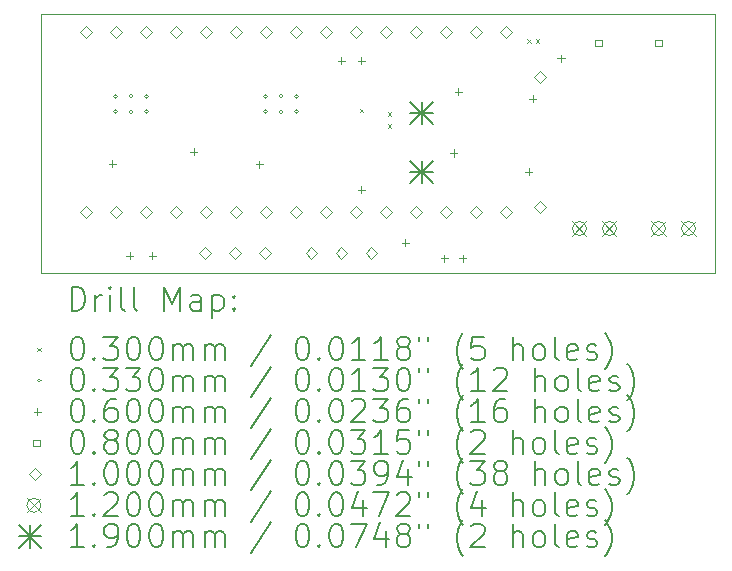
<source format=gbr>
%TF.GenerationSoftware,KiCad,Pcbnew,8.0.4*%
%TF.CreationDate,2025-02-26T16:08:05-05:00*%
%TF.ProjectId,plusle,706c7573-6c65-42e6-9b69-6361645f7063,rev?*%
%TF.SameCoordinates,Original*%
%TF.FileFunction,Drillmap*%
%TF.FilePolarity,Positive*%
%FSLAX45Y45*%
G04 Gerber Fmt 4.5, Leading zero omitted, Abs format (unit mm)*
G04 Created by KiCad (PCBNEW 8.0.4) date 2025-02-26 16:08:05*
%MOMM*%
%LPD*%
G01*
G04 APERTURE LIST*
%ADD10C,0.050000*%
%ADD11C,0.200000*%
%ADD12C,0.100000*%
%ADD13C,0.120000*%
%ADD14C,0.190000*%
G04 APERTURE END LIST*
D10*
X2580000Y-4860000D02*
X2580000Y-2660000D01*
X8280000Y-4860000D02*
X2580000Y-4860000D01*
X8280000Y-2660000D02*
X8280000Y-4860000D01*
X8230000Y-2660000D02*
X8280000Y-2660000D01*
X2580000Y-2660000D02*
X8230000Y-2660000D01*
D11*
D12*
X5275000Y-3465000D02*
X5305000Y-3495000D01*
X5305000Y-3465000D02*
X5275000Y-3495000D01*
X5515000Y-3495000D02*
X5545000Y-3525000D01*
X5545000Y-3495000D02*
X5515000Y-3525000D01*
X5515000Y-3595000D02*
X5545000Y-3625000D01*
X5545000Y-3595000D02*
X5515000Y-3625000D01*
X6695000Y-2875000D02*
X6725000Y-2905000D01*
X6725000Y-2875000D02*
X6695000Y-2905000D01*
X6765000Y-2875000D02*
X6795000Y-2905000D01*
X6795000Y-2875000D02*
X6765000Y-2905000D01*
X3226500Y-3360000D02*
G75*
G02*
X3193500Y-3360000I-16500J0D01*
G01*
X3193500Y-3360000D02*
G75*
G02*
X3226500Y-3360000I16500J0D01*
G01*
X3226500Y-3490000D02*
G75*
G02*
X3193500Y-3490000I-16500J0D01*
G01*
X3193500Y-3490000D02*
G75*
G02*
X3226500Y-3490000I16500J0D01*
G01*
X3356500Y-3360000D02*
G75*
G02*
X3323500Y-3360000I-16500J0D01*
G01*
X3323500Y-3360000D02*
G75*
G02*
X3356500Y-3360000I16500J0D01*
G01*
X3356500Y-3490000D02*
G75*
G02*
X3323500Y-3490000I-16500J0D01*
G01*
X3323500Y-3490000D02*
G75*
G02*
X3356500Y-3490000I16500J0D01*
G01*
X3486500Y-3360000D02*
G75*
G02*
X3453500Y-3360000I-16500J0D01*
G01*
X3453500Y-3360000D02*
G75*
G02*
X3486500Y-3360000I16500J0D01*
G01*
X3486500Y-3490000D02*
G75*
G02*
X3453500Y-3490000I-16500J0D01*
G01*
X3453500Y-3490000D02*
G75*
G02*
X3486500Y-3490000I16500J0D01*
G01*
X4496500Y-3360000D02*
G75*
G02*
X4463500Y-3360000I-16500J0D01*
G01*
X4463500Y-3360000D02*
G75*
G02*
X4496500Y-3360000I16500J0D01*
G01*
X4496500Y-3490000D02*
G75*
G02*
X4463500Y-3490000I-16500J0D01*
G01*
X4463500Y-3490000D02*
G75*
G02*
X4496500Y-3490000I16500J0D01*
G01*
X4626500Y-3360000D02*
G75*
G02*
X4593500Y-3360000I-16500J0D01*
G01*
X4593500Y-3360000D02*
G75*
G02*
X4626500Y-3360000I16500J0D01*
G01*
X4626500Y-3490000D02*
G75*
G02*
X4593500Y-3490000I-16500J0D01*
G01*
X4593500Y-3490000D02*
G75*
G02*
X4626500Y-3490000I16500J0D01*
G01*
X4756500Y-3360000D02*
G75*
G02*
X4723500Y-3360000I-16500J0D01*
G01*
X4723500Y-3360000D02*
G75*
G02*
X4756500Y-3360000I16500J0D01*
G01*
X4756500Y-3490000D02*
G75*
G02*
X4723500Y-3490000I-16500J0D01*
G01*
X4723500Y-3490000D02*
G75*
G02*
X4756500Y-3490000I16500J0D01*
G01*
X3180000Y-3900000D02*
X3180000Y-3960000D01*
X3150000Y-3930000D02*
X3210000Y-3930000D01*
X3330000Y-4680000D02*
X3330000Y-4740000D01*
X3300000Y-4710000D02*
X3360000Y-4710000D01*
X3520000Y-4680000D02*
X3520000Y-4740000D01*
X3490000Y-4710000D02*
X3550000Y-4710000D01*
X3870000Y-3800000D02*
X3870000Y-3860000D01*
X3840000Y-3830000D02*
X3900000Y-3830000D01*
X4425000Y-3905000D02*
X4425000Y-3965000D01*
X4395000Y-3935000D02*
X4455000Y-3935000D01*
X5120000Y-3030000D02*
X5120000Y-3090000D01*
X5090000Y-3060000D02*
X5150000Y-3060000D01*
X5290000Y-3030000D02*
X5290000Y-3090000D01*
X5260000Y-3060000D02*
X5320000Y-3060000D01*
X5290000Y-4120000D02*
X5290000Y-4180000D01*
X5260000Y-4150000D02*
X5320000Y-4150000D01*
X5660000Y-4570000D02*
X5660000Y-4630000D01*
X5630000Y-4600000D02*
X5690000Y-4600000D01*
X5990000Y-4700000D02*
X5990000Y-4760000D01*
X5960000Y-4730000D02*
X6020000Y-4730000D01*
X6070000Y-3810000D02*
X6070000Y-3870000D01*
X6040000Y-3840000D02*
X6100000Y-3840000D01*
X6110000Y-3290000D02*
X6110000Y-3350000D01*
X6080000Y-3320000D02*
X6140000Y-3320000D01*
X6150000Y-4700000D02*
X6150000Y-4760000D01*
X6120000Y-4730000D02*
X6180000Y-4730000D01*
X6707754Y-3967754D02*
X6707754Y-4027754D01*
X6677754Y-3997754D02*
X6737754Y-3997754D01*
X6740000Y-3350000D02*
X6740000Y-3410000D01*
X6710000Y-3380000D02*
X6770000Y-3380000D01*
X6980000Y-3010000D02*
X6980000Y-3070000D01*
X6950000Y-3040000D02*
X7010000Y-3040000D01*
X7324284Y-2938284D02*
X7324284Y-2881715D01*
X7267715Y-2881715D01*
X7267715Y-2938284D01*
X7324284Y-2938284D01*
X7832284Y-2938284D02*
X7832284Y-2881715D01*
X7775715Y-2881715D01*
X7775715Y-2938284D01*
X7832284Y-2938284D01*
X2958000Y-2866000D02*
X3008000Y-2816000D01*
X2958000Y-2766000D01*
X2908000Y-2816000D01*
X2958000Y-2866000D01*
X2958000Y-4390000D02*
X3008000Y-4340000D01*
X2958000Y-4290000D01*
X2908000Y-4340000D01*
X2958000Y-4390000D01*
X3212000Y-2866000D02*
X3262000Y-2816000D01*
X3212000Y-2766000D01*
X3162000Y-2816000D01*
X3212000Y-2866000D01*
X3212000Y-4390000D02*
X3262000Y-4340000D01*
X3212000Y-4290000D01*
X3162000Y-4340000D01*
X3212000Y-4390000D01*
X3466000Y-2866000D02*
X3516000Y-2816000D01*
X3466000Y-2766000D01*
X3416000Y-2816000D01*
X3466000Y-2866000D01*
X3466000Y-4390000D02*
X3516000Y-4340000D01*
X3466000Y-4290000D01*
X3416000Y-4340000D01*
X3466000Y-4390000D01*
X3720000Y-2866000D02*
X3770000Y-2816000D01*
X3720000Y-2766000D01*
X3670000Y-2816000D01*
X3720000Y-2866000D01*
X3720000Y-4390000D02*
X3770000Y-4340000D01*
X3720000Y-4290000D01*
X3670000Y-4340000D01*
X3720000Y-4390000D01*
X3964500Y-4740000D02*
X4014500Y-4690000D01*
X3964500Y-4640000D01*
X3914500Y-4690000D01*
X3964500Y-4740000D01*
X3974000Y-2866000D02*
X4024000Y-2816000D01*
X3974000Y-2766000D01*
X3924000Y-2816000D01*
X3974000Y-2866000D01*
X3974000Y-4390000D02*
X4024000Y-4340000D01*
X3974000Y-4290000D01*
X3924000Y-4340000D01*
X3974000Y-4390000D01*
X4218500Y-4740000D02*
X4268500Y-4690000D01*
X4218500Y-4640000D01*
X4168500Y-4690000D01*
X4218500Y-4740000D01*
X4228000Y-2866000D02*
X4278000Y-2816000D01*
X4228000Y-2766000D01*
X4178000Y-2816000D01*
X4228000Y-2866000D01*
X4228000Y-4390000D02*
X4278000Y-4340000D01*
X4228000Y-4290000D01*
X4178000Y-4340000D01*
X4228000Y-4390000D01*
X4472500Y-4740000D02*
X4522500Y-4690000D01*
X4472500Y-4640000D01*
X4422500Y-4690000D01*
X4472500Y-4740000D01*
X4482000Y-2866000D02*
X4532000Y-2816000D01*
X4482000Y-2766000D01*
X4432000Y-2816000D01*
X4482000Y-2866000D01*
X4482000Y-4390000D02*
X4532000Y-4340000D01*
X4482000Y-4290000D01*
X4432000Y-4340000D01*
X4482000Y-4390000D01*
X4736000Y-2866000D02*
X4786000Y-2816000D01*
X4736000Y-2766000D01*
X4686000Y-2816000D01*
X4736000Y-2866000D01*
X4736000Y-4390000D02*
X4786000Y-4340000D01*
X4736000Y-4290000D01*
X4686000Y-4340000D01*
X4736000Y-4390000D01*
X4867500Y-4740000D02*
X4917500Y-4690000D01*
X4867500Y-4640000D01*
X4817500Y-4690000D01*
X4867500Y-4740000D01*
X4990000Y-2866000D02*
X5040000Y-2816000D01*
X4990000Y-2766000D01*
X4940000Y-2816000D01*
X4990000Y-2866000D01*
X4990000Y-4390000D02*
X5040000Y-4340000D01*
X4990000Y-4290000D01*
X4940000Y-4340000D01*
X4990000Y-4390000D01*
X5121500Y-4740000D02*
X5171500Y-4690000D01*
X5121500Y-4640000D01*
X5071500Y-4690000D01*
X5121500Y-4740000D01*
X5244000Y-2866000D02*
X5294000Y-2816000D01*
X5244000Y-2766000D01*
X5194000Y-2816000D01*
X5244000Y-2866000D01*
X5244000Y-4390000D02*
X5294000Y-4340000D01*
X5244000Y-4290000D01*
X5194000Y-4340000D01*
X5244000Y-4390000D01*
X5375500Y-4740000D02*
X5425500Y-4690000D01*
X5375500Y-4640000D01*
X5325500Y-4690000D01*
X5375500Y-4740000D01*
X5498000Y-2866000D02*
X5548000Y-2816000D01*
X5498000Y-2766000D01*
X5448000Y-2816000D01*
X5498000Y-2866000D01*
X5498000Y-4390000D02*
X5548000Y-4340000D01*
X5498000Y-4290000D01*
X5448000Y-4340000D01*
X5498000Y-4390000D01*
X5752000Y-2866000D02*
X5802000Y-2816000D01*
X5752000Y-2766000D01*
X5702000Y-2816000D01*
X5752000Y-2866000D01*
X5752000Y-4390000D02*
X5802000Y-4340000D01*
X5752000Y-4290000D01*
X5702000Y-4340000D01*
X5752000Y-4390000D01*
X6006000Y-2866000D02*
X6056000Y-2816000D01*
X6006000Y-2766000D01*
X5956000Y-2816000D01*
X6006000Y-2866000D01*
X6006000Y-4390000D02*
X6056000Y-4340000D01*
X6006000Y-4290000D01*
X5956000Y-4340000D01*
X6006000Y-4390000D01*
X6260000Y-2866000D02*
X6310000Y-2816000D01*
X6260000Y-2766000D01*
X6210000Y-2816000D01*
X6260000Y-2866000D01*
X6260000Y-4390000D02*
X6310000Y-4340000D01*
X6260000Y-4290000D01*
X6210000Y-4340000D01*
X6260000Y-4390000D01*
X6514000Y-2866000D02*
X6564000Y-2816000D01*
X6514000Y-2766000D01*
X6464000Y-2816000D01*
X6514000Y-2866000D01*
X6514000Y-4390000D02*
X6564000Y-4340000D01*
X6514000Y-4290000D01*
X6464000Y-4340000D01*
X6514000Y-4390000D01*
X6800000Y-3250000D02*
X6850000Y-3200000D01*
X6800000Y-3150000D01*
X6750000Y-3200000D01*
X6800000Y-3250000D01*
X6800000Y-4350000D02*
X6850000Y-4300000D01*
X6800000Y-4250000D01*
X6750000Y-4300000D01*
X6800000Y-4350000D01*
D13*
X7076000Y-4420000D02*
X7196000Y-4540000D01*
X7196000Y-4420000D02*
X7076000Y-4540000D01*
X7196000Y-4480000D02*
G75*
G02*
X7076000Y-4480000I-60000J0D01*
G01*
X7076000Y-4480000D02*
G75*
G02*
X7196000Y-4480000I60000J0D01*
G01*
X7330000Y-4420000D02*
X7450000Y-4540000D01*
X7450000Y-4420000D02*
X7330000Y-4540000D01*
X7450000Y-4480000D02*
G75*
G02*
X7330000Y-4480000I-60000J0D01*
G01*
X7330000Y-4480000D02*
G75*
G02*
X7450000Y-4480000I60000J0D01*
G01*
X7746000Y-4420000D02*
X7866000Y-4540000D01*
X7866000Y-4420000D02*
X7746000Y-4540000D01*
X7866000Y-4480000D02*
G75*
G02*
X7746000Y-4480000I-60000J0D01*
G01*
X7746000Y-4480000D02*
G75*
G02*
X7866000Y-4480000I60000J0D01*
G01*
X8000000Y-4420000D02*
X8120000Y-4540000D01*
X8120000Y-4420000D02*
X8000000Y-4540000D01*
X8120000Y-4480000D02*
G75*
G02*
X8000000Y-4480000I-60000J0D01*
G01*
X8000000Y-4480000D02*
G75*
G02*
X8120000Y-4480000I60000J0D01*
G01*
D14*
X5705000Y-3405000D02*
X5895000Y-3595000D01*
X5895000Y-3405000D02*
X5705000Y-3595000D01*
X5800000Y-3405000D02*
X5800000Y-3595000D01*
X5705000Y-3500000D02*
X5895000Y-3500000D01*
X5705000Y-3905000D02*
X5895000Y-4095000D01*
X5895000Y-3905000D02*
X5705000Y-4095000D01*
X5800000Y-3905000D02*
X5800000Y-4095000D01*
X5705000Y-4000000D02*
X5895000Y-4000000D01*
D11*
X2838277Y-5173984D02*
X2838277Y-4973984D01*
X2838277Y-4973984D02*
X2885896Y-4973984D01*
X2885896Y-4973984D02*
X2914467Y-4983508D01*
X2914467Y-4983508D02*
X2933515Y-5002555D01*
X2933515Y-5002555D02*
X2943039Y-5021603D01*
X2943039Y-5021603D02*
X2952562Y-5059698D01*
X2952562Y-5059698D02*
X2952562Y-5088270D01*
X2952562Y-5088270D02*
X2943039Y-5126365D01*
X2943039Y-5126365D02*
X2933515Y-5145412D01*
X2933515Y-5145412D02*
X2914467Y-5164460D01*
X2914467Y-5164460D02*
X2885896Y-5173984D01*
X2885896Y-5173984D02*
X2838277Y-5173984D01*
X3038277Y-5173984D02*
X3038277Y-5040650D01*
X3038277Y-5078746D02*
X3047801Y-5059698D01*
X3047801Y-5059698D02*
X3057324Y-5050174D01*
X3057324Y-5050174D02*
X3076372Y-5040650D01*
X3076372Y-5040650D02*
X3095420Y-5040650D01*
X3162086Y-5173984D02*
X3162086Y-5040650D01*
X3162086Y-4973984D02*
X3152562Y-4983508D01*
X3152562Y-4983508D02*
X3162086Y-4993031D01*
X3162086Y-4993031D02*
X3171610Y-4983508D01*
X3171610Y-4983508D02*
X3162086Y-4973984D01*
X3162086Y-4973984D02*
X3162086Y-4993031D01*
X3285896Y-5173984D02*
X3266848Y-5164460D01*
X3266848Y-5164460D02*
X3257324Y-5145412D01*
X3257324Y-5145412D02*
X3257324Y-4973984D01*
X3390658Y-5173984D02*
X3371610Y-5164460D01*
X3371610Y-5164460D02*
X3362086Y-5145412D01*
X3362086Y-5145412D02*
X3362086Y-4973984D01*
X3619229Y-5173984D02*
X3619229Y-4973984D01*
X3619229Y-4973984D02*
X3685896Y-5116841D01*
X3685896Y-5116841D02*
X3752562Y-4973984D01*
X3752562Y-4973984D02*
X3752562Y-5173984D01*
X3933515Y-5173984D02*
X3933515Y-5069222D01*
X3933515Y-5069222D02*
X3923991Y-5050174D01*
X3923991Y-5050174D02*
X3904943Y-5040650D01*
X3904943Y-5040650D02*
X3866848Y-5040650D01*
X3866848Y-5040650D02*
X3847801Y-5050174D01*
X3933515Y-5164460D02*
X3914467Y-5173984D01*
X3914467Y-5173984D02*
X3866848Y-5173984D01*
X3866848Y-5173984D02*
X3847801Y-5164460D01*
X3847801Y-5164460D02*
X3838277Y-5145412D01*
X3838277Y-5145412D02*
X3838277Y-5126365D01*
X3838277Y-5126365D02*
X3847801Y-5107317D01*
X3847801Y-5107317D02*
X3866848Y-5097793D01*
X3866848Y-5097793D02*
X3914467Y-5097793D01*
X3914467Y-5097793D02*
X3933515Y-5088270D01*
X4028753Y-5040650D02*
X4028753Y-5240650D01*
X4028753Y-5050174D02*
X4047801Y-5040650D01*
X4047801Y-5040650D02*
X4085896Y-5040650D01*
X4085896Y-5040650D02*
X4104943Y-5050174D01*
X4104943Y-5050174D02*
X4114467Y-5059698D01*
X4114467Y-5059698D02*
X4123991Y-5078746D01*
X4123991Y-5078746D02*
X4123991Y-5135889D01*
X4123991Y-5135889D02*
X4114467Y-5154936D01*
X4114467Y-5154936D02*
X4104943Y-5164460D01*
X4104943Y-5164460D02*
X4085896Y-5173984D01*
X4085896Y-5173984D02*
X4047801Y-5173984D01*
X4047801Y-5173984D02*
X4028753Y-5164460D01*
X4209705Y-5154936D02*
X4219229Y-5164460D01*
X4219229Y-5164460D02*
X4209705Y-5173984D01*
X4209705Y-5173984D02*
X4200182Y-5164460D01*
X4200182Y-5164460D02*
X4209705Y-5154936D01*
X4209705Y-5154936D02*
X4209705Y-5173984D01*
X4209705Y-5050174D02*
X4219229Y-5059698D01*
X4219229Y-5059698D02*
X4209705Y-5069222D01*
X4209705Y-5069222D02*
X4200182Y-5059698D01*
X4200182Y-5059698D02*
X4209705Y-5050174D01*
X4209705Y-5050174D02*
X4209705Y-5069222D01*
D12*
X2547500Y-5487500D02*
X2577500Y-5517500D01*
X2577500Y-5487500D02*
X2547500Y-5517500D01*
D11*
X2876372Y-5393984D02*
X2895420Y-5393984D01*
X2895420Y-5393984D02*
X2914467Y-5403508D01*
X2914467Y-5403508D02*
X2923991Y-5413031D01*
X2923991Y-5413031D02*
X2933515Y-5432079D01*
X2933515Y-5432079D02*
X2943039Y-5470174D01*
X2943039Y-5470174D02*
X2943039Y-5517793D01*
X2943039Y-5517793D02*
X2933515Y-5555889D01*
X2933515Y-5555889D02*
X2923991Y-5574936D01*
X2923991Y-5574936D02*
X2914467Y-5584460D01*
X2914467Y-5584460D02*
X2895420Y-5593984D01*
X2895420Y-5593984D02*
X2876372Y-5593984D01*
X2876372Y-5593984D02*
X2857324Y-5584460D01*
X2857324Y-5584460D02*
X2847801Y-5574936D01*
X2847801Y-5574936D02*
X2838277Y-5555889D01*
X2838277Y-5555889D02*
X2828753Y-5517793D01*
X2828753Y-5517793D02*
X2828753Y-5470174D01*
X2828753Y-5470174D02*
X2838277Y-5432079D01*
X2838277Y-5432079D02*
X2847801Y-5413031D01*
X2847801Y-5413031D02*
X2857324Y-5403508D01*
X2857324Y-5403508D02*
X2876372Y-5393984D01*
X3028753Y-5574936D02*
X3038277Y-5584460D01*
X3038277Y-5584460D02*
X3028753Y-5593984D01*
X3028753Y-5593984D02*
X3019229Y-5584460D01*
X3019229Y-5584460D02*
X3028753Y-5574936D01*
X3028753Y-5574936D02*
X3028753Y-5593984D01*
X3104943Y-5393984D02*
X3228753Y-5393984D01*
X3228753Y-5393984D02*
X3162086Y-5470174D01*
X3162086Y-5470174D02*
X3190658Y-5470174D01*
X3190658Y-5470174D02*
X3209705Y-5479698D01*
X3209705Y-5479698D02*
X3219229Y-5489222D01*
X3219229Y-5489222D02*
X3228753Y-5508270D01*
X3228753Y-5508270D02*
X3228753Y-5555889D01*
X3228753Y-5555889D02*
X3219229Y-5574936D01*
X3219229Y-5574936D02*
X3209705Y-5584460D01*
X3209705Y-5584460D02*
X3190658Y-5593984D01*
X3190658Y-5593984D02*
X3133515Y-5593984D01*
X3133515Y-5593984D02*
X3114467Y-5584460D01*
X3114467Y-5584460D02*
X3104943Y-5574936D01*
X3352562Y-5393984D02*
X3371610Y-5393984D01*
X3371610Y-5393984D02*
X3390658Y-5403508D01*
X3390658Y-5403508D02*
X3400182Y-5413031D01*
X3400182Y-5413031D02*
X3409705Y-5432079D01*
X3409705Y-5432079D02*
X3419229Y-5470174D01*
X3419229Y-5470174D02*
X3419229Y-5517793D01*
X3419229Y-5517793D02*
X3409705Y-5555889D01*
X3409705Y-5555889D02*
X3400182Y-5574936D01*
X3400182Y-5574936D02*
X3390658Y-5584460D01*
X3390658Y-5584460D02*
X3371610Y-5593984D01*
X3371610Y-5593984D02*
X3352562Y-5593984D01*
X3352562Y-5593984D02*
X3333515Y-5584460D01*
X3333515Y-5584460D02*
X3323991Y-5574936D01*
X3323991Y-5574936D02*
X3314467Y-5555889D01*
X3314467Y-5555889D02*
X3304943Y-5517793D01*
X3304943Y-5517793D02*
X3304943Y-5470174D01*
X3304943Y-5470174D02*
X3314467Y-5432079D01*
X3314467Y-5432079D02*
X3323991Y-5413031D01*
X3323991Y-5413031D02*
X3333515Y-5403508D01*
X3333515Y-5403508D02*
X3352562Y-5393984D01*
X3543039Y-5393984D02*
X3562086Y-5393984D01*
X3562086Y-5393984D02*
X3581134Y-5403508D01*
X3581134Y-5403508D02*
X3590658Y-5413031D01*
X3590658Y-5413031D02*
X3600182Y-5432079D01*
X3600182Y-5432079D02*
X3609705Y-5470174D01*
X3609705Y-5470174D02*
X3609705Y-5517793D01*
X3609705Y-5517793D02*
X3600182Y-5555889D01*
X3600182Y-5555889D02*
X3590658Y-5574936D01*
X3590658Y-5574936D02*
X3581134Y-5584460D01*
X3581134Y-5584460D02*
X3562086Y-5593984D01*
X3562086Y-5593984D02*
X3543039Y-5593984D01*
X3543039Y-5593984D02*
X3523991Y-5584460D01*
X3523991Y-5584460D02*
X3514467Y-5574936D01*
X3514467Y-5574936D02*
X3504943Y-5555889D01*
X3504943Y-5555889D02*
X3495420Y-5517793D01*
X3495420Y-5517793D02*
X3495420Y-5470174D01*
X3495420Y-5470174D02*
X3504943Y-5432079D01*
X3504943Y-5432079D02*
X3514467Y-5413031D01*
X3514467Y-5413031D02*
X3523991Y-5403508D01*
X3523991Y-5403508D02*
X3543039Y-5393984D01*
X3695420Y-5593984D02*
X3695420Y-5460650D01*
X3695420Y-5479698D02*
X3704943Y-5470174D01*
X3704943Y-5470174D02*
X3723991Y-5460650D01*
X3723991Y-5460650D02*
X3752563Y-5460650D01*
X3752563Y-5460650D02*
X3771610Y-5470174D01*
X3771610Y-5470174D02*
X3781134Y-5489222D01*
X3781134Y-5489222D02*
X3781134Y-5593984D01*
X3781134Y-5489222D02*
X3790658Y-5470174D01*
X3790658Y-5470174D02*
X3809705Y-5460650D01*
X3809705Y-5460650D02*
X3838277Y-5460650D01*
X3838277Y-5460650D02*
X3857324Y-5470174D01*
X3857324Y-5470174D02*
X3866848Y-5489222D01*
X3866848Y-5489222D02*
X3866848Y-5593984D01*
X3962086Y-5593984D02*
X3962086Y-5460650D01*
X3962086Y-5479698D02*
X3971610Y-5470174D01*
X3971610Y-5470174D02*
X3990658Y-5460650D01*
X3990658Y-5460650D02*
X4019229Y-5460650D01*
X4019229Y-5460650D02*
X4038277Y-5470174D01*
X4038277Y-5470174D02*
X4047801Y-5489222D01*
X4047801Y-5489222D02*
X4047801Y-5593984D01*
X4047801Y-5489222D02*
X4057324Y-5470174D01*
X4057324Y-5470174D02*
X4076372Y-5460650D01*
X4076372Y-5460650D02*
X4104943Y-5460650D01*
X4104943Y-5460650D02*
X4123991Y-5470174D01*
X4123991Y-5470174D02*
X4133515Y-5489222D01*
X4133515Y-5489222D02*
X4133515Y-5593984D01*
X4523991Y-5384460D02*
X4352563Y-5641603D01*
X4781134Y-5393984D02*
X4800182Y-5393984D01*
X4800182Y-5393984D02*
X4819229Y-5403508D01*
X4819229Y-5403508D02*
X4828753Y-5413031D01*
X4828753Y-5413031D02*
X4838277Y-5432079D01*
X4838277Y-5432079D02*
X4847801Y-5470174D01*
X4847801Y-5470174D02*
X4847801Y-5517793D01*
X4847801Y-5517793D02*
X4838277Y-5555889D01*
X4838277Y-5555889D02*
X4828753Y-5574936D01*
X4828753Y-5574936D02*
X4819229Y-5584460D01*
X4819229Y-5584460D02*
X4800182Y-5593984D01*
X4800182Y-5593984D02*
X4781134Y-5593984D01*
X4781134Y-5593984D02*
X4762087Y-5584460D01*
X4762087Y-5584460D02*
X4752563Y-5574936D01*
X4752563Y-5574936D02*
X4743039Y-5555889D01*
X4743039Y-5555889D02*
X4733515Y-5517793D01*
X4733515Y-5517793D02*
X4733515Y-5470174D01*
X4733515Y-5470174D02*
X4743039Y-5432079D01*
X4743039Y-5432079D02*
X4752563Y-5413031D01*
X4752563Y-5413031D02*
X4762087Y-5403508D01*
X4762087Y-5403508D02*
X4781134Y-5393984D01*
X4933515Y-5574936D02*
X4943039Y-5584460D01*
X4943039Y-5584460D02*
X4933515Y-5593984D01*
X4933515Y-5593984D02*
X4923991Y-5584460D01*
X4923991Y-5584460D02*
X4933515Y-5574936D01*
X4933515Y-5574936D02*
X4933515Y-5593984D01*
X5066848Y-5393984D02*
X5085896Y-5393984D01*
X5085896Y-5393984D02*
X5104944Y-5403508D01*
X5104944Y-5403508D02*
X5114468Y-5413031D01*
X5114468Y-5413031D02*
X5123991Y-5432079D01*
X5123991Y-5432079D02*
X5133515Y-5470174D01*
X5133515Y-5470174D02*
X5133515Y-5517793D01*
X5133515Y-5517793D02*
X5123991Y-5555889D01*
X5123991Y-5555889D02*
X5114468Y-5574936D01*
X5114468Y-5574936D02*
X5104944Y-5584460D01*
X5104944Y-5584460D02*
X5085896Y-5593984D01*
X5085896Y-5593984D02*
X5066848Y-5593984D01*
X5066848Y-5593984D02*
X5047801Y-5584460D01*
X5047801Y-5584460D02*
X5038277Y-5574936D01*
X5038277Y-5574936D02*
X5028753Y-5555889D01*
X5028753Y-5555889D02*
X5019229Y-5517793D01*
X5019229Y-5517793D02*
X5019229Y-5470174D01*
X5019229Y-5470174D02*
X5028753Y-5432079D01*
X5028753Y-5432079D02*
X5038277Y-5413031D01*
X5038277Y-5413031D02*
X5047801Y-5403508D01*
X5047801Y-5403508D02*
X5066848Y-5393984D01*
X5323991Y-5593984D02*
X5209706Y-5593984D01*
X5266848Y-5593984D02*
X5266848Y-5393984D01*
X5266848Y-5393984D02*
X5247801Y-5422555D01*
X5247801Y-5422555D02*
X5228753Y-5441603D01*
X5228753Y-5441603D02*
X5209706Y-5451127D01*
X5514468Y-5593984D02*
X5400182Y-5593984D01*
X5457325Y-5593984D02*
X5457325Y-5393984D01*
X5457325Y-5393984D02*
X5438277Y-5422555D01*
X5438277Y-5422555D02*
X5419229Y-5441603D01*
X5419229Y-5441603D02*
X5400182Y-5451127D01*
X5628753Y-5479698D02*
X5609706Y-5470174D01*
X5609706Y-5470174D02*
X5600182Y-5460650D01*
X5600182Y-5460650D02*
X5590658Y-5441603D01*
X5590658Y-5441603D02*
X5590658Y-5432079D01*
X5590658Y-5432079D02*
X5600182Y-5413031D01*
X5600182Y-5413031D02*
X5609706Y-5403508D01*
X5609706Y-5403508D02*
X5628753Y-5393984D01*
X5628753Y-5393984D02*
X5666848Y-5393984D01*
X5666848Y-5393984D02*
X5685896Y-5403508D01*
X5685896Y-5403508D02*
X5695420Y-5413031D01*
X5695420Y-5413031D02*
X5704944Y-5432079D01*
X5704944Y-5432079D02*
X5704944Y-5441603D01*
X5704944Y-5441603D02*
X5695420Y-5460650D01*
X5695420Y-5460650D02*
X5685896Y-5470174D01*
X5685896Y-5470174D02*
X5666848Y-5479698D01*
X5666848Y-5479698D02*
X5628753Y-5479698D01*
X5628753Y-5479698D02*
X5609706Y-5489222D01*
X5609706Y-5489222D02*
X5600182Y-5498746D01*
X5600182Y-5498746D02*
X5590658Y-5517793D01*
X5590658Y-5517793D02*
X5590658Y-5555889D01*
X5590658Y-5555889D02*
X5600182Y-5574936D01*
X5600182Y-5574936D02*
X5609706Y-5584460D01*
X5609706Y-5584460D02*
X5628753Y-5593984D01*
X5628753Y-5593984D02*
X5666848Y-5593984D01*
X5666848Y-5593984D02*
X5685896Y-5584460D01*
X5685896Y-5584460D02*
X5695420Y-5574936D01*
X5695420Y-5574936D02*
X5704944Y-5555889D01*
X5704944Y-5555889D02*
X5704944Y-5517793D01*
X5704944Y-5517793D02*
X5695420Y-5498746D01*
X5695420Y-5498746D02*
X5685896Y-5489222D01*
X5685896Y-5489222D02*
X5666848Y-5479698D01*
X5781134Y-5393984D02*
X5781134Y-5432079D01*
X5857325Y-5393984D02*
X5857325Y-5432079D01*
X6152563Y-5670174D02*
X6143039Y-5660650D01*
X6143039Y-5660650D02*
X6123991Y-5632079D01*
X6123991Y-5632079D02*
X6114468Y-5613031D01*
X6114468Y-5613031D02*
X6104944Y-5584460D01*
X6104944Y-5584460D02*
X6095420Y-5536841D01*
X6095420Y-5536841D02*
X6095420Y-5498746D01*
X6095420Y-5498746D02*
X6104944Y-5451127D01*
X6104944Y-5451127D02*
X6114468Y-5422555D01*
X6114468Y-5422555D02*
X6123991Y-5403508D01*
X6123991Y-5403508D02*
X6143039Y-5374936D01*
X6143039Y-5374936D02*
X6152563Y-5365412D01*
X6323991Y-5393984D02*
X6228753Y-5393984D01*
X6228753Y-5393984D02*
X6219229Y-5489222D01*
X6219229Y-5489222D02*
X6228753Y-5479698D01*
X6228753Y-5479698D02*
X6247801Y-5470174D01*
X6247801Y-5470174D02*
X6295420Y-5470174D01*
X6295420Y-5470174D02*
X6314468Y-5479698D01*
X6314468Y-5479698D02*
X6323991Y-5489222D01*
X6323991Y-5489222D02*
X6333515Y-5508270D01*
X6333515Y-5508270D02*
X6333515Y-5555889D01*
X6333515Y-5555889D02*
X6323991Y-5574936D01*
X6323991Y-5574936D02*
X6314468Y-5584460D01*
X6314468Y-5584460D02*
X6295420Y-5593984D01*
X6295420Y-5593984D02*
X6247801Y-5593984D01*
X6247801Y-5593984D02*
X6228753Y-5584460D01*
X6228753Y-5584460D02*
X6219229Y-5574936D01*
X6571610Y-5593984D02*
X6571610Y-5393984D01*
X6657325Y-5593984D02*
X6657325Y-5489222D01*
X6657325Y-5489222D02*
X6647801Y-5470174D01*
X6647801Y-5470174D02*
X6628753Y-5460650D01*
X6628753Y-5460650D02*
X6600182Y-5460650D01*
X6600182Y-5460650D02*
X6581134Y-5470174D01*
X6581134Y-5470174D02*
X6571610Y-5479698D01*
X6781134Y-5593984D02*
X6762087Y-5584460D01*
X6762087Y-5584460D02*
X6752563Y-5574936D01*
X6752563Y-5574936D02*
X6743039Y-5555889D01*
X6743039Y-5555889D02*
X6743039Y-5498746D01*
X6743039Y-5498746D02*
X6752563Y-5479698D01*
X6752563Y-5479698D02*
X6762087Y-5470174D01*
X6762087Y-5470174D02*
X6781134Y-5460650D01*
X6781134Y-5460650D02*
X6809706Y-5460650D01*
X6809706Y-5460650D02*
X6828753Y-5470174D01*
X6828753Y-5470174D02*
X6838277Y-5479698D01*
X6838277Y-5479698D02*
X6847801Y-5498746D01*
X6847801Y-5498746D02*
X6847801Y-5555889D01*
X6847801Y-5555889D02*
X6838277Y-5574936D01*
X6838277Y-5574936D02*
X6828753Y-5584460D01*
X6828753Y-5584460D02*
X6809706Y-5593984D01*
X6809706Y-5593984D02*
X6781134Y-5593984D01*
X6962087Y-5593984D02*
X6943039Y-5584460D01*
X6943039Y-5584460D02*
X6933515Y-5565412D01*
X6933515Y-5565412D02*
X6933515Y-5393984D01*
X7114468Y-5584460D02*
X7095420Y-5593984D01*
X7095420Y-5593984D02*
X7057325Y-5593984D01*
X7057325Y-5593984D02*
X7038277Y-5584460D01*
X7038277Y-5584460D02*
X7028753Y-5565412D01*
X7028753Y-5565412D02*
X7028753Y-5489222D01*
X7028753Y-5489222D02*
X7038277Y-5470174D01*
X7038277Y-5470174D02*
X7057325Y-5460650D01*
X7057325Y-5460650D02*
X7095420Y-5460650D01*
X7095420Y-5460650D02*
X7114468Y-5470174D01*
X7114468Y-5470174D02*
X7123991Y-5489222D01*
X7123991Y-5489222D02*
X7123991Y-5508270D01*
X7123991Y-5508270D02*
X7028753Y-5527317D01*
X7200182Y-5584460D02*
X7219230Y-5593984D01*
X7219230Y-5593984D02*
X7257325Y-5593984D01*
X7257325Y-5593984D02*
X7276372Y-5584460D01*
X7276372Y-5584460D02*
X7285896Y-5565412D01*
X7285896Y-5565412D02*
X7285896Y-5555889D01*
X7285896Y-5555889D02*
X7276372Y-5536841D01*
X7276372Y-5536841D02*
X7257325Y-5527317D01*
X7257325Y-5527317D02*
X7228753Y-5527317D01*
X7228753Y-5527317D02*
X7209706Y-5517793D01*
X7209706Y-5517793D02*
X7200182Y-5498746D01*
X7200182Y-5498746D02*
X7200182Y-5489222D01*
X7200182Y-5489222D02*
X7209706Y-5470174D01*
X7209706Y-5470174D02*
X7228753Y-5460650D01*
X7228753Y-5460650D02*
X7257325Y-5460650D01*
X7257325Y-5460650D02*
X7276372Y-5470174D01*
X7352563Y-5670174D02*
X7362087Y-5660650D01*
X7362087Y-5660650D02*
X7381134Y-5632079D01*
X7381134Y-5632079D02*
X7390658Y-5613031D01*
X7390658Y-5613031D02*
X7400182Y-5584460D01*
X7400182Y-5584460D02*
X7409706Y-5536841D01*
X7409706Y-5536841D02*
X7409706Y-5498746D01*
X7409706Y-5498746D02*
X7400182Y-5451127D01*
X7400182Y-5451127D02*
X7390658Y-5422555D01*
X7390658Y-5422555D02*
X7381134Y-5403508D01*
X7381134Y-5403508D02*
X7362087Y-5374936D01*
X7362087Y-5374936D02*
X7352563Y-5365412D01*
D12*
X2577500Y-5766500D02*
G75*
G02*
X2544500Y-5766500I-16500J0D01*
G01*
X2544500Y-5766500D02*
G75*
G02*
X2577500Y-5766500I16500J0D01*
G01*
D11*
X2876372Y-5657984D02*
X2895420Y-5657984D01*
X2895420Y-5657984D02*
X2914467Y-5667508D01*
X2914467Y-5667508D02*
X2923991Y-5677031D01*
X2923991Y-5677031D02*
X2933515Y-5696079D01*
X2933515Y-5696079D02*
X2943039Y-5734174D01*
X2943039Y-5734174D02*
X2943039Y-5781793D01*
X2943039Y-5781793D02*
X2933515Y-5819888D01*
X2933515Y-5819888D02*
X2923991Y-5838936D01*
X2923991Y-5838936D02*
X2914467Y-5848460D01*
X2914467Y-5848460D02*
X2895420Y-5857984D01*
X2895420Y-5857984D02*
X2876372Y-5857984D01*
X2876372Y-5857984D02*
X2857324Y-5848460D01*
X2857324Y-5848460D02*
X2847801Y-5838936D01*
X2847801Y-5838936D02*
X2838277Y-5819888D01*
X2838277Y-5819888D02*
X2828753Y-5781793D01*
X2828753Y-5781793D02*
X2828753Y-5734174D01*
X2828753Y-5734174D02*
X2838277Y-5696079D01*
X2838277Y-5696079D02*
X2847801Y-5677031D01*
X2847801Y-5677031D02*
X2857324Y-5667508D01*
X2857324Y-5667508D02*
X2876372Y-5657984D01*
X3028753Y-5838936D02*
X3038277Y-5848460D01*
X3038277Y-5848460D02*
X3028753Y-5857984D01*
X3028753Y-5857984D02*
X3019229Y-5848460D01*
X3019229Y-5848460D02*
X3028753Y-5838936D01*
X3028753Y-5838936D02*
X3028753Y-5857984D01*
X3104943Y-5657984D02*
X3228753Y-5657984D01*
X3228753Y-5657984D02*
X3162086Y-5734174D01*
X3162086Y-5734174D02*
X3190658Y-5734174D01*
X3190658Y-5734174D02*
X3209705Y-5743698D01*
X3209705Y-5743698D02*
X3219229Y-5753222D01*
X3219229Y-5753222D02*
X3228753Y-5772269D01*
X3228753Y-5772269D02*
X3228753Y-5819888D01*
X3228753Y-5819888D02*
X3219229Y-5838936D01*
X3219229Y-5838936D02*
X3209705Y-5848460D01*
X3209705Y-5848460D02*
X3190658Y-5857984D01*
X3190658Y-5857984D02*
X3133515Y-5857984D01*
X3133515Y-5857984D02*
X3114467Y-5848460D01*
X3114467Y-5848460D02*
X3104943Y-5838936D01*
X3295420Y-5657984D02*
X3419229Y-5657984D01*
X3419229Y-5657984D02*
X3352562Y-5734174D01*
X3352562Y-5734174D02*
X3381134Y-5734174D01*
X3381134Y-5734174D02*
X3400182Y-5743698D01*
X3400182Y-5743698D02*
X3409705Y-5753222D01*
X3409705Y-5753222D02*
X3419229Y-5772269D01*
X3419229Y-5772269D02*
X3419229Y-5819888D01*
X3419229Y-5819888D02*
X3409705Y-5838936D01*
X3409705Y-5838936D02*
X3400182Y-5848460D01*
X3400182Y-5848460D02*
X3381134Y-5857984D01*
X3381134Y-5857984D02*
X3323991Y-5857984D01*
X3323991Y-5857984D02*
X3304943Y-5848460D01*
X3304943Y-5848460D02*
X3295420Y-5838936D01*
X3543039Y-5657984D02*
X3562086Y-5657984D01*
X3562086Y-5657984D02*
X3581134Y-5667508D01*
X3581134Y-5667508D02*
X3590658Y-5677031D01*
X3590658Y-5677031D02*
X3600182Y-5696079D01*
X3600182Y-5696079D02*
X3609705Y-5734174D01*
X3609705Y-5734174D02*
X3609705Y-5781793D01*
X3609705Y-5781793D02*
X3600182Y-5819888D01*
X3600182Y-5819888D02*
X3590658Y-5838936D01*
X3590658Y-5838936D02*
X3581134Y-5848460D01*
X3581134Y-5848460D02*
X3562086Y-5857984D01*
X3562086Y-5857984D02*
X3543039Y-5857984D01*
X3543039Y-5857984D02*
X3523991Y-5848460D01*
X3523991Y-5848460D02*
X3514467Y-5838936D01*
X3514467Y-5838936D02*
X3504943Y-5819888D01*
X3504943Y-5819888D02*
X3495420Y-5781793D01*
X3495420Y-5781793D02*
X3495420Y-5734174D01*
X3495420Y-5734174D02*
X3504943Y-5696079D01*
X3504943Y-5696079D02*
X3514467Y-5677031D01*
X3514467Y-5677031D02*
X3523991Y-5667508D01*
X3523991Y-5667508D02*
X3543039Y-5657984D01*
X3695420Y-5857984D02*
X3695420Y-5724650D01*
X3695420Y-5743698D02*
X3704943Y-5734174D01*
X3704943Y-5734174D02*
X3723991Y-5724650D01*
X3723991Y-5724650D02*
X3752563Y-5724650D01*
X3752563Y-5724650D02*
X3771610Y-5734174D01*
X3771610Y-5734174D02*
X3781134Y-5753222D01*
X3781134Y-5753222D02*
X3781134Y-5857984D01*
X3781134Y-5753222D02*
X3790658Y-5734174D01*
X3790658Y-5734174D02*
X3809705Y-5724650D01*
X3809705Y-5724650D02*
X3838277Y-5724650D01*
X3838277Y-5724650D02*
X3857324Y-5734174D01*
X3857324Y-5734174D02*
X3866848Y-5753222D01*
X3866848Y-5753222D02*
X3866848Y-5857984D01*
X3962086Y-5857984D02*
X3962086Y-5724650D01*
X3962086Y-5743698D02*
X3971610Y-5734174D01*
X3971610Y-5734174D02*
X3990658Y-5724650D01*
X3990658Y-5724650D02*
X4019229Y-5724650D01*
X4019229Y-5724650D02*
X4038277Y-5734174D01*
X4038277Y-5734174D02*
X4047801Y-5753222D01*
X4047801Y-5753222D02*
X4047801Y-5857984D01*
X4047801Y-5753222D02*
X4057324Y-5734174D01*
X4057324Y-5734174D02*
X4076372Y-5724650D01*
X4076372Y-5724650D02*
X4104943Y-5724650D01*
X4104943Y-5724650D02*
X4123991Y-5734174D01*
X4123991Y-5734174D02*
X4133515Y-5753222D01*
X4133515Y-5753222D02*
X4133515Y-5857984D01*
X4523991Y-5648460D02*
X4352563Y-5905603D01*
X4781134Y-5657984D02*
X4800182Y-5657984D01*
X4800182Y-5657984D02*
X4819229Y-5667508D01*
X4819229Y-5667508D02*
X4828753Y-5677031D01*
X4828753Y-5677031D02*
X4838277Y-5696079D01*
X4838277Y-5696079D02*
X4847801Y-5734174D01*
X4847801Y-5734174D02*
X4847801Y-5781793D01*
X4847801Y-5781793D02*
X4838277Y-5819888D01*
X4838277Y-5819888D02*
X4828753Y-5838936D01*
X4828753Y-5838936D02*
X4819229Y-5848460D01*
X4819229Y-5848460D02*
X4800182Y-5857984D01*
X4800182Y-5857984D02*
X4781134Y-5857984D01*
X4781134Y-5857984D02*
X4762087Y-5848460D01*
X4762087Y-5848460D02*
X4752563Y-5838936D01*
X4752563Y-5838936D02*
X4743039Y-5819888D01*
X4743039Y-5819888D02*
X4733515Y-5781793D01*
X4733515Y-5781793D02*
X4733515Y-5734174D01*
X4733515Y-5734174D02*
X4743039Y-5696079D01*
X4743039Y-5696079D02*
X4752563Y-5677031D01*
X4752563Y-5677031D02*
X4762087Y-5667508D01*
X4762087Y-5667508D02*
X4781134Y-5657984D01*
X4933515Y-5838936D02*
X4943039Y-5848460D01*
X4943039Y-5848460D02*
X4933515Y-5857984D01*
X4933515Y-5857984D02*
X4923991Y-5848460D01*
X4923991Y-5848460D02*
X4933515Y-5838936D01*
X4933515Y-5838936D02*
X4933515Y-5857984D01*
X5066848Y-5657984D02*
X5085896Y-5657984D01*
X5085896Y-5657984D02*
X5104944Y-5667508D01*
X5104944Y-5667508D02*
X5114468Y-5677031D01*
X5114468Y-5677031D02*
X5123991Y-5696079D01*
X5123991Y-5696079D02*
X5133515Y-5734174D01*
X5133515Y-5734174D02*
X5133515Y-5781793D01*
X5133515Y-5781793D02*
X5123991Y-5819888D01*
X5123991Y-5819888D02*
X5114468Y-5838936D01*
X5114468Y-5838936D02*
X5104944Y-5848460D01*
X5104944Y-5848460D02*
X5085896Y-5857984D01*
X5085896Y-5857984D02*
X5066848Y-5857984D01*
X5066848Y-5857984D02*
X5047801Y-5848460D01*
X5047801Y-5848460D02*
X5038277Y-5838936D01*
X5038277Y-5838936D02*
X5028753Y-5819888D01*
X5028753Y-5819888D02*
X5019229Y-5781793D01*
X5019229Y-5781793D02*
X5019229Y-5734174D01*
X5019229Y-5734174D02*
X5028753Y-5696079D01*
X5028753Y-5696079D02*
X5038277Y-5677031D01*
X5038277Y-5677031D02*
X5047801Y-5667508D01*
X5047801Y-5667508D02*
X5066848Y-5657984D01*
X5323991Y-5857984D02*
X5209706Y-5857984D01*
X5266848Y-5857984D02*
X5266848Y-5657984D01*
X5266848Y-5657984D02*
X5247801Y-5686555D01*
X5247801Y-5686555D02*
X5228753Y-5705603D01*
X5228753Y-5705603D02*
X5209706Y-5715127D01*
X5390658Y-5657984D02*
X5514468Y-5657984D01*
X5514468Y-5657984D02*
X5447801Y-5734174D01*
X5447801Y-5734174D02*
X5476372Y-5734174D01*
X5476372Y-5734174D02*
X5495420Y-5743698D01*
X5495420Y-5743698D02*
X5504944Y-5753222D01*
X5504944Y-5753222D02*
X5514468Y-5772269D01*
X5514468Y-5772269D02*
X5514468Y-5819888D01*
X5514468Y-5819888D02*
X5504944Y-5838936D01*
X5504944Y-5838936D02*
X5495420Y-5848460D01*
X5495420Y-5848460D02*
X5476372Y-5857984D01*
X5476372Y-5857984D02*
X5419229Y-5857984D01*
X5419229Y-5857984D02*
X5400182Y-5848460D01*
X5400182Y-5848460D02*
X5390658Y-5838936D01*
X5638277Y-5657984D02*
X5657325Y-5657984D01*
X5657325Y-5657984D02*
X5676372Y-5667508D01*
X5676372Y-5667508D02*
X5685896Y-5677031D01*
X5685896Y-5677031D02*
X5695420Y-5696079D01*
X5695420Y-5696079D02*
X5704944Y-5734174D01*
X5704944Y-5734174D02*
X5704944Y-5781793D01*
X5704944Y-5781793D02*
X5695420Y-5819888D01*
X5695420Y-5819888D02*
X5685896Y-5838936D01*
X5685896Y-5838936D02*
X5676372Y-5848460D01*
X5676372Y-5848460D02*
X5657325Y-5857984D01*
X5657325Y-5857984D02*
X5638277Y-5857984D01*
X5638277Y-5857984D02*
X5619229Y-5848460D01*
X5619229Y-5848460D02*
X5609706Y-5838936D01*
X5609706Y-5838936D02*
X5600182Y-5819888D01*
X5600182Y-5819888D02*
X5590658Y-5781793D01*
X5590658Y-5781793D02*
X5590658Y-5734174D01*
X5590658Y-5734174D02*
X5600182Y-5696079D01*
X5600182Y-5696079D02*
X5609706Y-5677031D01*
X5609706Y-5677031D02*
X5619229Y-5667508D01*
X5619229Y-5667508D02*
X5638277Y-5657984D01*
X5781134Y-5657984D02*
X5781134Y-5696079D01*
X5857325Y-5657984D02*
X5857325Y-5696079D01*
X6152563Y-5934174D02*
X6143039Y-5924650D01*
X6143039Y-5924650D02*
X6123991Y-5896079D01*
X6123991Y-5896079D02*
X6114468Y-5877031D01*
X6114468Y-5877031D02*
X6104944Y-5848460D01*
X6104944Y-5848460D02*
X6095420Y-5800841D01*
X6095420Y-5800841D02*
X6095420Y-5762746D01*
X6095420Y-5762746D02*
X6104944Y-5715127D01*
X6104944Y-5715127D02*
X6114468Y-5686555D01*
X6114468Y-5686555D02*
X6123991Y-5667508D01*
X6123991Y-5667508D02*
X6143039Y-5638936D01*
X6143039Y-5638936D02*
X6152563Y-5629412D01*
X6333515Y-5857984D02*
X6219229Y-5857984D01*
X6276372Y-5857984D02*
X6276372Y-5657984D01*
X6276372Y-5657984D02*
X6257325Y-5686555D01*
X6257325Y-5686555D02*
X6238277Y-5705603D01*
X6238277Y-5705603D02*
X6219229Y-5715127D01*
X6409706Y-5677031D02*
X6419229Y-5667508D01*
X6419229Y-5667508D02*
X6438277Y-5657984D01*
X6438277Y-5657984D02*
X6485896Y-5657984D01*
X6485896Y-5657984D02*
X6504944Y-5667508D01*
X6504944Y-5667508D02*
X6514468Y-5677031D01*
X6514468Y-5677031D02*
X6523991Y-5696079D01*
X6523991Y-5696079D02*
X6523991Y-5715127D01*
X6523991Y-5715127D02*
X6514468Y-5743698D01*
X6514468Y-5743698D02*
X6400182Y-5857984D01*
X6400182Y-5857984D02*
X6523991Y-5857984D01*
X6762087Y-5857984D02*
X6762087Y-5657984D01*
X6847801Y-5857984D02*
X6847801Y-5753222D01*
X6847801Y-5753222D02*
X6838277Y-5734174D01*
X6838277Y-5734174D02*
X6819230Y-5724650D01*
X6819230Y-5724650D02*
X6790658Y-5724650D01*
X6790658Y-5724650D02*
X6771610Y-5734174D01*
X6771610Y-5734174D02*
X6762087Y-5743698D01*
X6971610Y-5857984D02*
X6952563Y-5848460D01*
X6952563Y-5848460D02*
X6943039Y-5838936D01*
X6943039Y-5838936D02*
X6933515Y-5819888D01*
X6933515Y-5819888D02*
X6933515Y-5762746D01*
X6933515Y-5762746D02*
X6943039Y-5743698D01*
X6943039Y-5743698D02*
X6952563Y-5734174D01*
X6952563Y-5734174D02*
X6971610Y-5724650D01*
X6971610Y-5724650D02*
X7000182Y-5724650D01*
X7000182Y-5724650D02*
X7019230Y-5734174D01*
X7019230Y-5734174D02*
X7028753Y-5743698D01*
X7028753Y-5743698D02*
X7038277Y-5762746D01*
X7038277Y-5762746D02*
X7038277Y-5819888D01*
X7038277Y-5819888D02*
X7028753Y-5838936D01*
X7028753Y-5838936D02*
X7019230Y-5848460D01*
X7019230Y-5848460D02*
X7000182Y-5857984D01*
X7000182Y-5857984D02*
X6971610Y-5857984D01*
X7152563Y-5857984D02*
X7133515Y-5848460D01*
X7133515Y-5848460D02*
X7123991Y-5829412D01*
X7123991Y-5829412D02*
X7123991Y-5657984D01*
X7304944Y-5848460D02*
X7285896Y-5857984D01*
X7285896Y-5857984D02*
X7247801Y-5857984D01*
X7247801Y-5857984D02*
X7228753Y-5848460D01*
X7228753Y-5848460D02*
X7219230Y-5829412D01*
X7219230Y-5829412D02*
X7219230Y-5753222D01*
X7219230Y-5753222D02*
X7228753Y-5734174D01*
X7228753Y-5734174D02*
X7247801Y-5724650D01*
X7247801Y-5724650D02*
X7285896Y-5724650D01*
X7285896Y-5724650D02*
X7304944Y-5734174D01*
X7304944Y-5734174D02*
X7314468Y-5753222D01*
X7314468Y-5753222D02*
X7314468Y-5772269D01*
X7314468Y-5772269D02*
X7219230Y-5791317D01*
X7390658Y-5848460D02*
X7409706Y-5857984D01*
X7409706Y-5857984D02*
X7447801Y-5857984D01*
X7447801Y-5857984D02*
X7466849Y-5848460D01*
X7466849Y-5848460D02*
X7476372Y-5829412D01*
X7476372Y-5829412D02*
X7476372Y-5819888D01*
X7476372Y-5819888D02*
X7466849Y-5800841D01*
X7466849Y-5800841D02*
X7447801Y-5791317D01*
X7447801Y-5791317D02*
X7419230Y-5791317D01*
X7419230Y-5791317D02*
X7400182Y-5781793D01*
X7400182Y-5781793D02*
X7390658Y-5762746D01*
X7390658Y-5762746D02*
X7390658Y-5753222D01*
X7390658Y-5753222D02*
X7400182Y-5734174D01*
X7400182Y-5734174D02*
X7419230Y-5724650D01*
X7419230Y-5724650D02*
X7447801Y-5724650D01*
X7447801Y-5724650D02*
X7466849Y-5734174D01*
X7543039Y-5934174D02*
X7552563Y-5924650D01*
X7552563Y-5924650D02*
X7571611Y-5896079D01*
X7571611Y-5896079D02*
X7581134Y-5877031D01*
X7581134Y-5877031D02*
X7590658Y-5848460D01*
X7590658Y-5848460D02*
X7600182Y-5800841D01*
X7600182Y-5800841D02*
X7600182Y-5762746D01*
X7600182Y-5762746D02*
X7590658Y-5715127D01*
X7590658Y-5715127D02*
X7581134Y-5686555D01*
X7581134Y-5686555D02*
X7571611Y-5667508D01*
X7571611Y-5667508D02*
X7552563Y-5638936D01*
X7552563Y-5638936D02*
X7543039Y-5629412D01*
D12*
X2547500Y-6000500D02*
X2547500Y-6060500D01*
X2517500Y-6030500D02*
X2577500Y-6030500D01*
D11*
X2876372Y-5921984D02*
X2895420Y-5921984D01*
X2895420Y-5921984D02*
X2914467Y-5931508D01*
X2914467Y-5931508D02*
X2923991Y-5941031D01*
X2923991Y-5941031D02*
X2933515Y-5960079D01*
X2933515Y-5960079D02*
X2943039Y-5998174D01*
X2943039Y-5998174D02*
X2943039Y-6045793D01*
X2943039Y-6045793D02*
X2933515Y-6083888D01*
X2933515Y-6083888D02*
X2923991Y-6102936D01*
X2923991Y-6102936D02*
X2914467Y-6112460D01*
X2914467Y-6112460D02*
X2895420Y-6121984D01*
X2895420Y-6121984D02*
X2876372Y-6121984D01*
X2876372Y-6121984D02*
X2857324Y-6112460D01*
X2857324Y-6112460D02*
X2847801Y-6102936D01*
X2847801Y-6102936D02*
X2838277Y-6083888D01*
X2838277Y-6083888D02*
X2828753Y-6045793D01*
X2828753Y-6045793D02*
X2828753Y-5998174D01*
X2828753Y-5998174D02*
X2838277Y-5960079D01*
X2838277Y-5960079D02*
X2847801Y-5941031D01*
X2847801Y-5941031D02*
X2857324Y-5931508D01*
X2857324Y-5931508D02*
X2876372Y-5921984D01*
X3028753Y-6102936D02*
X3038277Y-6112460D01*
X3038277Y-6112460D02*
X3028753Y-6121984D01*
X3028753Y-6121984D02*
X3019229Y-6112460D01*
X3019229Y-6112460D02*
X3028753Y-6102936D01*
X3028753Y-6102936D02*
X3028753Y-6121984D01*
X3209705Y-5921984D02*
X3171610Y-5921984D01*
X3171610Y-5921984D02*
X3152562Y-5931508D01*
X3152562Y-5931508D02*
X3143039Y-5941031D01*
X3143039Y-5941031D02*
X3123991Y-5969603D01*
X3123991Y-5969603D02*
X3114467Y-6007698D01*
X3114467Y-6007698D02*
X3114467Y-6083888D01*
X3114467Y-6083888D02*
X3123991Y-6102936D01*
X3123991Y-6102936D02*
X3133515Y-6112460D01*
X3133515Y-6112460D02*
X3152562Y-6121984D01*
X3152562Y-6121984D02*
X3190658Y-6121984D01*
X3190658Y-6121984D02*
X3209705Y-6112460D01*
X3209705Y-6112460D02*
X3219229Y-6102936D01*
X3219229Y-6102936D02*
X3228753Y-6083888D01*
X3228753Y-6083888D02*
X3228753Y-6036269D01*
X3228753Y-6036269D02*
X3219229Y-6017222D01*
X3219229Y-6017222D02*
X3209705Y-6007698D01*
X3209705Y-6007698D02*
X3190658Y-5998174D01*
X3190658Y-5998174D02*
X3152562Y-5998174D01*
X3152562Y-5998174D02*
X3133515Y-6007698D01*
X3133515Y-6007698D02*
X3123991Y-6017222D01*
X3123991Y-6017222D02*
X3114467Y-6036269D01*
X3352562Y-5921984D02*
X3371610Y-5921984D01*
X3371610Y-5921984D02*
X3390658Y-5931508D01*
X3390658Y-5931508D02*
X3400182Y-5941031D01*
X3400182Y-5941031D02*
X3409705Y-5960079D01*
X3409705Y-5960079D02*
X3419229Y-5998174D01*
X3419229Y-5998174D02*
X3419229Y-6045793D01*
X3419229Y-6045793D02*
X3409705Y-6083888D01*
X3409705Y-6083888D02*
X3400182Y-6102936D01*
X3400182Y-6102936D02*
X3390658Y-6112460D01*
X3390658Y-6112460D02*
X3371610Y-6121984D01*
X3371610Y-6121984D02*
X3352562Y-6121984D01*
X3352562Y-6121984D02*
X3333515Y-6112460D01*
X3333515Y-6112460D02*
X3323991Y-6102936D01*
X3323991Y-6102936D02*
X3314467Y-6083888D01*
X3314467Y-6083888D02*
X3304943Y-6045793D01*
X3304943Y-6045793D02*
X3304943Y-5998174D01*
X3304943Y-5998174D02*
X3314467Y-5960079D01*
X3314467Y-5960079D02*
X3323991Y-5941031D01*
X3323991Y-5941031D02*
X3333515Y-5931508D01*
X3333515Y-5931508D02*
X3352562Y-5921984D01*
X3543039Y-5921984D02*
X3562086Y-5921984D01*
X3562086Y-5921984D02*
X3581134Y-5931508D01*
X3581134Y-5931508D02*
X3590658Y-5941031D01*
X3590658Y-5941031D02*
X3600182Y-5960079D01*
X3600182Y-5960079D02*
X3609705Y-5998174D01*
X3609705Y-5998174D02*
X3609705Y-6045793D01*
X3609705Y-6045793D02*
X3600182Y-6083888D01*
X3600182Y-6083888D02*
X3590658Y-6102936D01*
X3590658Y-6102936D02*
X3581134Y-6112460D01*
X3581134Y-6112460D02*
X3562086Y-6121984D01*
X3562086Y-6121984D02*
X3543039Y-6121984D01*
X3543039Y-6121984D02*
X3523991Y-6112460D01*
X3523991Y-6112460D02*
X3514467Y-6102936D01*
X3514467Y-6102936D02*
X3504943Y-6083888D01*
X3504943Y-6083888D02*
X3495420Y-6045793D01*
X3495420Y-6045793D02*
X3495420Y-5998174D01*
X3495420Y-5998174D02*
X3504943Y-5960079D01*
X3504943Y-5960079D02*
X3514467Y-5941031D01*
X3514467Y-5941031D02*
X3523991Y-5931508D01*
X3523991Y-5931508D02*
X3543039Y-5921984D01*
X3695420Y-6121984D02*
X3695420Y-5988650D01*
X3695420Y-6007698D02*
X3704943Y-5998174D01*
X3704943Y-5998174D02*
X3723991Y-5988650D01*
X3723991Y-5988650D02*
X3752563Y-5988650D01*
X3752563Y-5988650D02*
X3771610Y-5998174D01*
X3771610Y-5998174D02*
X3781134Y-6017222D01*
X3781134Y-6017222D02*
X3781134Y-6121984D01*
X3781134Y-6017222D02*
X3790658Y-5998174D01*
X3790658Y-5998174D02*
X3809705Y-5988650D01*
X3809705Y-5988650D02*
X3838277Y-5988650D01*
X3838277Y-5988650D02*
X3857324Y-5998174D01*
X3857324Y-5998174D02*
X3866848Y-6017222D01*
X3866848Y-6017222D02*
X3866848Y-6121984D01*
X3962086Y-6121984D02*
X3962086Y-5988650D01*
X3962086Y-6007698D02*
X3971610Y-5998174D01*
X3971610Y-5998174D02*
X3990658Y-5988650D01*
X3990658Y-5988650D02*
X4019229Y-5988650D01*
X4019229Y-5988650D02*
X4038277Y-5998174D01*
X4038277Y-5998174D02*
X4047801Y-6017222D01*
X4047801Y-6017222D02*
X4047801Y-6121984D01*
X4047801Y-6017222D02*
X4057324Y-5998174D01*
X4057324Y-5998174D02*
X4076372Y-5988650D01*
X4076372Y-5988650D02*
X4104943Y-5988650D01*
X4104943Y-5988650D02*
X4123991Y-5998174D01*
X4123991Y-5998174D02*
X4133515Y-6017222D01*
X4133515Y-6017222D02*
X4133515Y-6121984D01*
X4523991Y-5912460D02*
X4352563Y-6169603D01*
X4781134Y-5921984D02*
X4800182Y-5921984D01*
X4800182Y-5921984D02*
X4819229Y-5931508D01*
X4819229Y-5931508D02*
X4828753Y-5941031D01*
X4828753Y-5941031D02*
X4838277Y-5960079D01*
X4838277Y-5960079D02*
X4847801Y-5998174D01*
X4847801Y-5998174D02*
X4847801Y-6045793D01*
X4847801Y-6045793D02*
X4838277Y-6083888D01*
X4838277Y-6083888D02*
X4828753Y-6102936D01*
X4828753Y-6102936D02*
X4819229Y-6112460D01*
X4819229Y-6112460D02*
X4800182Y-6121984D01*
X4800182Y-6121984D02*
X4781134Y-6121984D01*
X4781134Y-6121984D02*
X4762087Y-6112460D01*
X4762087Y-6112460D02*
X4752563Y-6102936D01*
X4752563Y-6102936D02*
X4743039Y-6083888D01*
X4743039Y-6083888D02*
X4733515Y-6045793D01*
X4733515Y-6045793D02*
X4733515Y-5998174D01*
X4733515Y-5998174D02*
X4743039Y-5960079D01*
X4743039Y-5960079D02*
X4752563Y-5941031D01*
X4752563Y-5941031D02*
X4762087Y-5931508D01*
X4762087Y-5931508D02*
X4781134Y-5921984D01*
X4933515Y-6102936D02*
X4943039Y-6112460D01*
X4943039Y-6112460D02*
X4933515Y-6121984D01*
X4933515Y-6121984D02*
X4923991Y-6112460D01*
X4923991Y-6112460D02*
X4933515Y-6102936D01*
X4933515Y-6102936D02*
X4933515Y-6121984D01*
X5066848Y-5921984D02*
X5085896Y-5921984D01*
X5085896Y-5921984D02*
X5104944Y-5931508D01*
X5104944Y-5931508D02*
X5114468Y-5941031D01*
X5114468Y-5941031D02*
X5123991Y-5960079D01*
X5123991Y-5960079D02*
X5133515Y-5998174D01*
X5133515Y-5998174D02*
X5133515Y-6045793D01*
X5133515Y-6045793D02*
X5123991Y-6083888D01*
X5123991Y-6083888D02*
X5114468Y-6102936D01*
X5114468Y-6102936D02*
X5104944Y-6112460D01*
X5104944Y-6112460D02*
X5085896Y-6121984D01*
X5085896Y-6121984D02*
X5066848Y-6121984D01*
X5066848Y-6121984D02*
X5047801Y-6112460D01*
X5047801Y-6112460D02*
X5038277Y-6102936D01*
X5038277Y-6102936D02*
X5028753Y-6083888D01*
X5028753Y-6083888D02*
X5019229Y-6045793D01*
X5019229Y-6045793D02*
X5019229Y-5998174D01*
X5019229Y-5998174D02*
X5028753Y-5960079D01*
X5028753Y-5960079D02*
X5038277Y-5941031D01*
X5038277Y-5941031D02*
X5047801Y-5931508D01*
X5047801Y-5931508D02*
X5066848Y-5921984D01*
X5209706Y-5941031D02*
X5219229Y-5931508D01*
X5219229Y-5931508D02*
X5238277Y-5921984D01*
X5238277Y-5921984D02*
X5285896Y-5921984D01*
X5285896Y-5921984D02*
X5304944Y-5931508D01*
X5304944Y-5931508D02*
X5314468Y-5941031D01*
X5314468Y-5941031D02*
X5323991Y-5960079D01*
X5323991Y-5960079D02*
X5323991Y-5979127D01*
X5323991Y-5979127D02*
X5314468Y-6007698D01*
X5314468Y-6007698D02*
X5200182Y-6121984D01*
X5200182Y-6121984D02*
X5323991Y-6121984D01*
X5390658Y-5921984D02*
X5514468Y-5921984D01*
X5514468Y-5921984D02*
X5447801Y-5998174D01*
X5447801Y-5998174D02*
X5476372Y-5998174D01*
X5476372Y-5998174D02*
X5495420Y-6007698D01*
X5495420Y-6007698D02*
X5504944Y-6017222D01*
X5504944Y-6017222D02*
X5514468Y-6036269D01*
X5514468Y-6036269D02*
X5514468Y-6083888D01*
X5514468Y-6083888D02*
X5504944Y-6102936D01*
X5504944Y-6102936D02*
X5495420Y-6112460D01*
X5495420Y-6112460D02*
X5476372Y-6121984D01*
X5476372Y-6121984D02*
X5419229Y-6121984D01*
X5419229Y-6121984D02*
X5400182Y-6112460D01*
X5400182Y-6112460D02*
X5390658Y-6102936D01*
X5685896Y-5921984D02*
X5647801Y-5921984D01*
X5647801Y-5921984D02*
X5628753Y-5931508D01*
X5628753Y-5931508D02*
X5619229Y-5941031D01*
X5619229Y-5941031D02*
X5600182Y-5969603D01*
X5600182Y-5969603D02*
X5590658Y-6007698D01*
X5590658Y-6007698D02*
X5590658Y-6083888D01*
X5590658Y-6083888D02*
X5600182Y-6102936D01*
X5600182Y-6102936D02*
X5609706Y-6112460D01*
X5609706Y-6112460D02*
X5628753Y-6121984D01*
X5628753Y-6121984D02*
X5666848Y-6121984D01*
X5666848Y-6121984D02*
X5685896Y-6112460D01*
X5685896Y-6112460D02*
X5695420Y-6102936D01*
X5695420Y-6102936D02*
X5704944Y-6083888D01*
X5704944Y-6083888D02*
X5704944Y-6036269D01*
X5704944Y-6036269D02*
X5695420Y-6017222D01*
X5695420Y-6017222D02*
X5685896Y-6007698D01*
X5685896Y-6007698D02*
X5666848Y-5998174D01*
X5666848Y-5998174D02*
X5628753Y-5998174D01*
X5628753Y-5998174D02*
X5609706Y-6007698D01*
X5609706Y-6007698D02*
X5600182Y-6017222D01*
X5600182Y-6017222D02*
X5590658Y-6036269D01*
X5781134Y-5921984D02*
X5781134Y-5960079D01*
X5857325Y-5921984D02*
X5857325Y-5960079D01*
X6152563Y-6198174D02*
X6143039Y-6188650D01*
X6143039Y-6188650D02*
X6123991Y-6160079D01*
X6123991Y-6160079D02*
X6114468Y-6141031D01*
X6114468Y-6141031D02*
X6104944Y-6112460D01*
X6104944Y-6112460D02*
X6095420Y-6064841D01*
X6095420Y-6064841D02*
X6095420Y-6026746D01*
X6095420Y-6026746D02*
X6104944Y-5979127D01*
X6104944Y-5979127D02*
X6114468Y-5950555D01*
X6114468Y-5950555D02*
X6123991Y-5931508D01*
X6123991Y-5931508D02*
X6143039Y-5902936D01*
X6143039Y-5902936D02*
X6152563Y-5893412D01*
X6333515Y-6121984D02*
X6219229Y-6121984D01*
X6276372Y-6121984D02*
X6276372Y-5921984D01*
X6276372Y-5921984D02*
X6257325Y-5950555D01*
X6257325Y-5950555D02*
X6238277Y-5969603D01*
X6238277Y-5969603D02*
X6219229Y-5979127D01*
X6504944Y-5921984D02*
X6466848Y-5921984D01*
X6466848Y-5921984D02*
X6447801Y-5931508D01*
X6447801Y-5931508D02*
X6438277Y-5941031D01*
X6438277Y-5941031D02*
X6419229Y-5969603D01*
X6419229Y-5969603D02*
X6409706Y-6007698D01*
X6409706Y-6007698D02*
X6409706Y-6083888D01*
X6409706Y-6083888D02*
X6419229Y-6102936D01*
X6419229Y-6102936D02*
X6428753Y-6112460D01*
X6428753Y-6112460D02*
X6447801Y-6121984D01*
X6447801Y-6121984D02*
X6485896Y-6121984D01*
X6485896Y-6121984D02*
X6504944Y-6112460D01*
X6504944Y-6112460D02*
X6514468Y-6102936D01*
X6514468Y-6102936D02*
X6523991Y-6083888D01*
X6523991Y-6083888D02*
X6523991Y-6036269D01*
X6523991Y-6036269D02*
X6514468Y-6017222D01*
X6514468Y-6017222D02*
X6504944Y-6007698D01*
X6504944Y-6007698D02*
X6485896Y-5998174D01*
X6485896Y-5998174D02*
X6447801Y-5998174D01*
X6447801Y-5998174D02*
X6428753Y-6007698D01*
X6428753Y-6007698D02*
X6419229Y-6017222D01*
X6419229Y-6017222D02*
X6409706Y-6036269D01*
X6762087Y-6121984D02*
X6762087Y-5921984D01*
X6847801Y-6121984D02*
X6847801Y-6017222D01*
X6847801Y-6017222D02*
X6838277Y-5998174D01*
X6838277Y-5998174D02*
X6819230Y-5988650D01*
X6819230Y-5988650D02*
X6790658Y-5988650D01*
X6790658Y-5988650D02*
X6771610Y-5998174D01*
X6771610Y-5998174D02*
X6762087Y-6007698D01*
X6971610Y-6121984D02*
X6952563Y-6112460D01*
X6952563Y-6112460D02*
X6943039Y-6102936D01*
X6943039Y-6102936D02*
X6933515Y-6083888D01*
X6933515Y-6083888D02*
X6933515Y-6026746D01*
X6933515Y-6026746D02*
X6943039Y-6007698D01*
X6943039Y-6007698D02*
X6952563Y-5998174D01*
X6952563Y-5998174D02*
X6971610Y-5988650D01*
X6971610Y-5988650D02*
X7000182Y-5988650D01*
X7000182Y-5988650D02*
X7019230Y-5998174D01*
X7019230Y-5998174D02*
X7028753Y-6007698D01*
X7028753Y-6007698D02*
X7038277Y-6026746D01*
X7038277Y-6026746D02*
X7038277Y-6083888D01*
X7038277Y-6083888D02*
X7028753Y-6102936D01*
X7028753Y-6102936D02*
X7019230Y-6112460D01*
X7019230Y-6112460D02*
X7000182Y-6121984D01*
X7000182Y-6121984D02*
X6971610Y-6121984D01*
X7152563Y-6121984D02*
X7133515Y-6112460D01*
X7133515Y-6112460D02*
X7123991Y-6093412D01*
X7123991Y-6093412D02*
X7123991Y-5921984D01*
X7304944Y-6112460D02*
X7285896Y-6121984D01*
X7285896Y-6121984D02*
X7247801Y-6121984D01*
X7247801Y-6121984D02*
X7228753Y-6112460D01*
X7228753Y-6112460D02*
X7219230Y-6093412D01*
X7219230Y-6093412D02*
X7219230Y-6017222D01*
X7219230Y-6017222D02*
X7228753Y-5998174D01*
X7228753Y-5998174D02*
X7247801Y-5988650D01*
X7247801Y-5988650D02*
X7285896Y-5988650D01*
X7285896Y-5988650D02*
X7304944Y-5998174D01*
X7304944Y-5998174D02*
X7314468Y-6017222D01*
X7314468Y-6017222D02*
X7314468Y-6036269D01*
X7314468Y-6036269D02*
X7219230Y-6055317D01*
X7390658Y-6112460D02*
X7409706Y-6121984D01*
X7409706Y-6121984D02*
X7447801Y-6121984D01*
X7447801Y-6121984D02*
X7466849Y-6112460D01*
X7466849Y-6112460D02*
X7476372Y-6093412D01*
X7476372Y-6093412D02*
X7476372Y-6083888D01*
X7476372Y-6083888D02*
X7466849Y-6064841D01*
X7466849Y-6064841D02*
X7447801Y-6055317D01*
X7447801Y-6055317D02*
X7419230Y-6055317D01*
X7419230Y-6055317D02*
X7400182Y-6045793D01*
X7400182Y-6045793D02*
X7390658Y-6026746D01*
X7390658Y-6026746D02*
X7390658Y-6017222D01*
X7390658Y-6017222D02*
X7400182Y-5998174D01*
X7400182Y-5998174D02*
X7419230Y-5988650D01*
X7419230Y-5988650D02*
X7447801Y-5988650D01*
X7447801Y-5988650D02*
X7466849Y-5998174D01*
X7543039Y-6198174D02*
X7552563Y-6188650D01*
X7552563Y-6188650D02*
X7571611Y-6160079D01*
X7571611Y-6160079D02*
X7581134Y-6141031D01*
X7581134Y-6141031D02*
X7590658Y-6112460D01*
X7590658Y-6112460D02*
X7600182Y-6064841D01*
X7600182Y-6064841D02*
X7600182Y-6026746D01*
X7600182Y-6026746D02*
X7590658Y-5979127D01*
X7590658Y-5979127D02*
X7581134Y-5950555D01*
X7581134Y-5950555D02*
X7571611Y-5931508D01*
X7571611Y-5931508D02*
X7552563Y-5902936D01*
X7552563Y-5902936D02*
X7543039Y-5893412D01*
D12*
X2565785Y-6322784D02*
X2565785Y-6266215D01*
X2509216Y-6266215D01*
X2509216Y-6322784D01*
X2565785Y-6322784D01*
D11*
X2876372Y-6185984D02*
X2895420Y-6185984D01*
X2895420Y-6185984D02*
X2914467Y-6195508D01*
X2914467Y-6195508D02*
X2923991Y-6205031D01*
X2923991Y-6205031D02*
X2933515Y-6224079D01*
X2933515Y-6224079D02*
X2943039Y-6262174D01*
X2943039Y-6262174D02*
X2943039Y-6309793D01*
X2943039Y-6309793D02*
X2933515Y-6347888D01*
X2933515Y-6347888D02*
X2923991Y-6366936D01*
X2923991Y-6366936D02*
X2914467Y-6376460D01*
X2914467Y-6376460D02*
X2895420Y-6385984D01*
X2895420Y-6385984D02*
X2876372Y-6385984D01*
X2876372Y-6385984D02*
X2857324Y-6376460D01*
X2857324Y-6376460D02*
X2847801Y-6366936D01*
X2847801Y-6366936D02*
X2838277Y-6347888D01*
X2838277Y-6347888D02*
X2828753Y-6309793D01*
X2828753Y-6309793D02*
X2828753Y-6262174D01*
X2828753Y-6262174D02*
X2838277Y-6224079D01*
X2838277Y-6224079D02*
X2847801Y-6205031D01*
X2847801Y-6205031D02*
X2857324Y-6195508D01*
X2857324Y-6195508D02*
X2876372Y-6185984D01*
X3028753Y-6366936D02*
X3038277Y-6376460D01*
X3038277Y-6376460D02*
X3028753Y-6385984D01*
X3028753Y-6385984D02*
X3019229Y-6376460D01*
X3019229Y-6376460D02*
X3028753Y-6366936D01*
X3028753Y-6366936D02*
X3028753Y-6385984D01*
X3152562Y-6271698D02*
X3133515Y-6262174D01*
X3133515Y-6262174D02*
X3123991Y-6252650D01*
X3123991Y-6252650D02*
X3114467Y-6233603D01*
X3114467Y-6233603D02*
X3114467Y-6224079D01*
X3114467Y-6224079D02*
X3123991Y-6205031D01*
X3123991Y-6205031D02*
X3133515Y-6195508D01*
X3133515Y-6195508D02*
X3152562Y-6185984D01*
X3152562Y-6185984D02*
X3190658Y-6185984D01*
X3190658Y-6185984D02*
X3209705Y-6195508D01*
X3209705Y-6195508D02*
X3219229Y-6205031D01*
X3219229Y-6205031D02*
X3228753Y-6224079D01*
X3228753Y-6224079D02*
X3228753Y-6233603D01*
X3228753Y-6233603D02*
X3219229Y-6252650D01*
X3219229Y-6252650D02*
X3209705Y-6262174D01*
X3209705Y-6262174D02*
X3190658Y-6271698D01*
X3190658Y-6271698D02*
X3152562Y-6271698D01*
X3152562Y-6271698D02*
X3133515Y-6281222D01*
X3133515Y-6281222D02*
X3123991Y-6290746D01*
X3123991Y-6290746D02*
X3114467Y-6309793D01*
X3114467Y-6309793D02*
X3114467Y-6347888D01*
X3114467Y-6347888D02*
X3123991Y-6366936D01*
X3123991Y-6366936D02*
X3133515Y-6376460D01*
X3133515Y-6376460D02*
X3152562Y-6385984D01*
X3152562Y-6385984D02*
X3190658Y-6385984D01*
X3190658Y-6385984D02*
X3209705Y-6376460D01*
X3209705Y-6376460D02*
X3219229Y-6366936D01*
X3219229Y-6366936D02*
X3228753Y-6347888D01*
X3228753Y-6347888D02*
X3228753Y-6309793D01*
X3228753Y-6309793D02*
X3219229Y-6290746D01*
X3219229Y-6290746D02*
X3209705Y-6281222D01*
X3209705Y-6281222D02*
X3190658Y-6271698D01*
X3352562Y-6185984D02*
X3371610Y-6185984D01*
X3371610Y-6185984D02*
X3390658Y-6195508D01*
X3390658Y-6195508D02*
X3400182Y-6205031D01*
X3400182Y-6205031D02*
X3409705Y-6224079D01*
X3409705Y-6224079D02*
X3419229Y-6262174D01*
X3419229Y-6262174D02*
X3419229Y-6309793D01*
X3419229Y-6309793D02*
X3409705Y-6347888D01*
X3409705Y-6347888D02*
X3400182Y-6366936D01*
X3400182Y-6366936D02*
X3390658Y-6376460D01*
X3390658Y-6376460D02*
X3371610Y-6385984D01*
X3371610Y-6385984D02*
X3352562Y-6385984D01*
X3352562Y-6385984D02*
X3333515Y-6376460D01*
X3333515Y-6376460D02*
X3323991Y-6366936D01*
X3323991Y-6366936D02*
X3314467Y-6347888D01*
X3314467Y-6347888D02*
X3304943Y-6309793D01*
X3304943Y-6309793D02*
X3304943Y-6262174D01*
X3304943Y-6262174D02*
X3314467Y-6224079D01*
X3314467Y-6224079D02*
X3323991Y-6205031D01*
X3323991Y-6205031D02*
X3333515Y-6195508D01*
X3333515Y-6195508D02*
X3352562Y-6185984D01*
X3543039Y-6185984D02*
X3562086Y-6185984D01*
X3562086Y-6185984D02*
X3581134Y-6195508D01*
X3581134Y-6195508D02*
X3590658Y-6205031D01*
X3590658Y-6205031D02*
X3600182Y-6224079D01*
X3600182Y-6224079D02*
X3609705Y-6262174D01*
X3609705Y-6262174D02*
X3609705Y-6309793D01*
X3609705Y-6309793D02*
X3600182Y-6347888D01*
X3600182Y-6347888D02*
X3590658Y-6366936D01*
X3590658Y-6366936D02*
X3581134Y-6376460D01*
X3581134Y-6376460D02*
X3562086Y-6385984D01*
X3562086Y-6385984D02*
X3543039Y-6385984D01*
X3543039Y-6385984D02*
X3523991Y-6376460D01*
X3523991Y-6376460D02*
X3514467Y-6366936D01*
X3514467Y-6366936D02*
X3504943Y-6347888D01*
X3504943Y-6347888D02*
X3495420Y-6309793D01*
X3495420Y-6309793D02*
X3495420Y-6262174D01*
X3495420Y-6262174D02*
X3504943Y-6224079D01*
X3504943Y-6224079D02*
X3514467Y-6205031D01*
X3514467Y-6205031D02*
X3523991Y-6195508D01*
X3523991Y-6195508D02*
X3543039Y-6185984D01*
X3695420Y-6385984D02*
X3695420Y-6252650D01*
X3695420Y-6271698D02*
X3704943Y-6262174D01*
X3704943Y-6262174D02*
X3723991Y-6252650D01*
X3723991Y-6252650D02*
X3752563Y-6252650D01*
X3752563Y-6252650D02*
X3771610Y-6262174D01*
X3771610Y-6262174D02*
X3781134Y-6281222D01*
X3781134Y-6281222D02*
X3781134Y-6385984D01*
X3781134Y-6281222D02*
X3790658Y-6262174D01*
X3790658Y-6262174D02*
X3809705Y-6252650D01*
X3809705Y-6252650D02*
X3838277Y-6252650D01*
X3838277Y-6252650D02*
X3857324Y-6262174D01*
X3857324Y-6262174D02*
X3866848Y-6281222D01*
X3866848Y-6281222D02*
X3866848Y-6385984D01*
X3962086Y-6385984D02*
X3962086Y-6252650D01*
X3962086Y-6271698D02*
X3971610Y-6262174D01*
X3971610Y-6262174D02*
X3990658Y-6252650D01*
X3990658Y-6252650D02*
X4019229Y-6252650D01*
X4019229Y-6252650D02*
X4038277Y-6262174D01*
X4038277Y-6262174D02*
X4047801Y-6281222D01*
X4047801Y-6281222D02*
X4047801Y-6385984D01*
X4047801Y-6281222D02*
X4057324Y-6262174D01*
X4057324Y-6262174D02*
X4076372Y-6252650D01*
X4076372Y-6252650D02*
X4104943Y-6252650D01*
X4104943Y-6252650D02*
X4123991Y-6262174D01*
X4123991Y-6262174D02*
X4133515Y-6281222D01*
X4133515Y-6281222D02*
X4133515Y-6385984D01*
X4523991Y-6176460D02*
X4352563Y-6433603D01*
X4781134Y-6185984D02*
X4800182Y-6185984D01*
X4800182Y-6185984D02*
X4819229Y-6195508D01*
X4819229Y-6195508D02*
X4828753Y-6205031D01*
X4828753Y-6205031D02*
X4838277Y-6224079D01*
X4838277Y-6224079D02*
X4847801Y-6262174D01*
X4847801Y-6262174D02*
X4847801Y-6309793D01*
X4847801Y-6309793D02*
X4838277Y-6347888D01*
X4838277Y-6347888D02*
X4828753Y-6366936D01*
X4828753Y-6366936D02*
X4819229Y-6376460D01*
X4819229Y-6376460D02*
X4800182Y-6385984D01*
X4800182Y-6385984D02*
X4781134Y-6385984D01*
X4781134Y-6385984D02*
X4762087Y-6376460D01*
X4762087Y-6376460D02*
X4752563Y-6366936D01*
X4752563Y-6366936D02*
X4743039Y-6347888D01*
X4743039Y-6347888D02*
X4733515Y-6309793D01*
X4733515Y-6309793D02*
X4733515Y-6262174D01*
X4733515Y-6262174D02*
X4743039Y-6224079D01*
X4743039Y-6224079D02*
X4752563Y-6205031D01*
X4752563Y-6205031D02*
X4762087Y-6195508D01*
X4762087Y-6195508D02*
X4781134Y-6185984D01*
X4933515Y-6366936D02*
X4943039Y-6376460D01*
X4943039Y-6376460D02*
X4933515Y-6385984D01*
X4933515Y-6385984D02*
X4923991Y-6376460D01*
X4923991Y-6376460D02*
X4933515Y-6366936D01*
X4933515Y-6366936D02*
X4933515Y-6385984D01*
X5066848Y-6185984D02*
X5085896Y-6185984D01*
X5085896Y-6185984D02*
X5104944Y-6195508D01*
X5104944Y-6195508D02*
X5114468Y-6205031D01*
X5114468Y-6205031D02*
X5123991Y-6224079D01*
X5123991Y-6224079D02*
X5133515Y-6262174D01*
X5133515Y-6262174D02*
X5133515Y-6309793D01*
X5133515Y-6309793D02*
X5123991Y-6347888D01*
X5123991Y-6347888D02*
X5114468Y-6366936D01*
X5114468Y-6366936D02*
X5104944Y-6376460D01*
X5104944Y-6376460D02*
X5085896Y-6385984D01*
X5085896Y-6385984D02*
X5066848Y-6385984D01*
X5066848Y-6385984D02*
X5047801Y-6376460D01*
X5047801Y-6376460D02*
X5038277Y-6366936D01*
X5038277Y-6366936D02*
X5028753Y-6347888D01*
X5028753Y-6347888D02*
X5019229Y-6309793D01*
X5019229Y-6309793D02*
X5019229Y-6262174D01*
X5019229Y-6262174D02*
X5028753Y-6224079D01*
X5028753Y-6224079D02*
X5038277Y-6205031D01*
X5038277Y-6205031D02*
X5047801Y-6195508D01*
X5047801Y-6195508D02*
X5066848Y-6185984D01*
X5200182Y-6185984D02*
X5323991Y-6185984D01*
X5323991Y-6185984D02*
X5257325Y-6262174D01*
X5257325Y-6262174D02*
X5285896Y-6262174D01*
X5285896Y-6262174D02*
X5304944Y-6271698D01*
X5304944Y-6271698D02*
X5314468Y-6281222D01*
X5314468Y-6281222D02*
X5323991Y-6300269D01*
X5323991Y-6300269D02*
X5323991Y-6347888D01*
X5323991Y-6347888D02*
X5314468Y-6366936D01*
X5314468Y-6366936D02*
X5304944Y-6376460D01*
X5304944Y-6376460D02*
X5285896Y-6385984D01*
X5285896Y-6385984D02*
X5228753Y-6385984D01*
X5228753Y-6385984D02*
X5209706Y-6376460D01*
X5209706Y-6376460D02*
X5200182Y-6366936D01*
X5514468Y-6385984D02*
X5400182Y-6385984D01*
X5457325Y-6385984D02*
X5457325Y-6185984D01*
X5457325Y-6185984D02*
X5438277Y-6214555D01*
X5438277Y-6214555D02*
X5419229Y-6233603D01*
X5419229Y-6233603D02*
X5400182Y-6243127D01*
X5695420Y-6185984D02*
X5600182Y-6185984D01*
X5600182Y-6185984D02*
X5590658Y-6281222D01*
X5590658Y-6281222D02*
X5600182Y-6271698D01*
X5600182Y-6271698D02*
X5619229Y-6262174D01*
X5619229Y-6262174D02*
X5666848Y-6262174D01*
X5666848Y-6262174D02*
X5685896Y-6271698D01*
X5685896Y-6271698D02*
X5695420Y-6281222D01*
X5695420Y-6281222D02*
X5704944Y-6300269D01*
X5704944Y-6300269D02*
X5704944Y-6347888D01*
X5704944Y-6347888D02*
X5695420Y-6366936D01*
X5695420Y-6366936D02*
X5685896Y-6376460D01*
X5685896Y-6376460D02*
X5666848Y-6385984D01*
X5666848Y-6385984D02*
X5619229Y-6385984D01*
X5619229Y-6385984D02*
X5600182Y-6376460D01*
X5600182Y-6376460D02*
X5590658Y-6366936D01*
X5781134Y-6185984D02*
X5781134Y-6224079D01*
X5857325Y-6185984D02*
X5857325Y-6224079D01*
X6152563Y-6462174D02*
X6143039Y-6452650D01*
X6143039Y-6452650D02*
X6123991Y-6424079D01*
X6123991Y-6424079D02*
X6114468Y-6405031D01*
X6114468Y-6405031D02*
X6104944Y-6376460D01*
X6104944Y-6376460D02*
X6095420Y-6328841D01*
X6095420Y-6328841D02*
X6095420Y-6290746D01*
X6095420Y-6290746D02*
X6104944Y-6243127D01*
X6104944Y-6243127D02*
X6114468Y-6214555D01*
X6114468Y-6214555D02*
X6123991Y-6195508D01*
X6123991Y-6195508D02*
X6143039Y-6166936D01*
X6143039Y-6166936D02*
X6152563Y-6157412D01*
X6219229Y-6205031D02*
X6228753Y-6195508D01*
X6228753Y-6195508D02*
X6247801Y-6185984D01*
X6247801Y-6185984D02*
X6295420Y-6185984D01*
X6295420Y-6185984D02*
X6314468Y-6195508D01*
X6314468Y-6195508D02*
X6323991Y-6205031D01*
X6323991Y-6205031D02*
X6333515Y-6224079D01*
X6333515Y-6224079D02*
X6333515Y-6243127D01*
X6333515Y-6243127D02*
X6323991Y-6271698D01*
X6323991Y-6271698D02*
X6209706Y-6385984D01*
X6209706Y-6385984D02*
X6333515Y-6385984D01*
X6571610Y-6385984D02*
X6571610Y-6185984D01*
X6657325Y-6385984D02*
X6657325Y-6281222D01*
X6657325Y-6281222D02*
X6647801Y-6262174D01*
X6647801Y-6262174D02*
X6628753Y-6252650D01*
X6628753Y-6252650D02*
X6600182Y-6252650D01*
X6600182Y-6252650D02*
X6581134Y-6262174D01*
X6581134Y-6262174D02*
X6571610Y-6271698D01*
X6781134Y-6385984D02*
X6762087Y-6376460D01*
X6762087Y-6376460D02*
X6752563Y-6366936D01*
X6752563Y-6366936D02*
X6743039Y-6347888D01*
X6743039Y-6347888D02*
X6743039Y-6290746D01*
X6743039Y-6290746D02*
X6752563Y-6271698D01*
X6752563Y-6271698D02*
X6762087Y-6262174D01*
X6762087Y-6262174D02*
X6781134Y-6252650D01*
X6781134Y-6252650D02*
X6809706Y-6252650D01*
X6809706Y-6252650D02*
X6828753Y-6262174D01*
X6828753Y-6262174D02*
X6838277Y-6271698D01*
X6838277Y-6271698D02*
X6847801Y-6290746D01*
X6847801Y-6290746D02*
X6847801Y-6347888D01*
X6847801Y-6347888D02*
X6838277Y-6366936D01*
X6838277Y-6366936D02*
X6828753Y-6376460D01*
X6828753Y-6376460D02*
X6809706Y-6385984D01*
X6809706Y-6385984D02*
X6781134Y-6385984D01*
X6962087Y-6385984D02*
X6943039Y-6376460D01*
X6943039Y-6376460D02*
X6933515Y-6357412D01*
X6933515Y-6357412D02*
X6933515Y-6185984D01*
X7114468Y-6376460D02*
X7095420Y-6385984D01*
X7095420Y-6385984D02*
X7057325Y-6385984D01*
X7057325Y-6385984D02*
X7038277Y-6376460D01*
X7038277Y-6376460D02*
X7028753Y-6357412D01*
X7028753Y-6357412D02*
X7028753Y-6281222D01*
X7028753Y-6281222D02*
X7038277Y-6262174D01*
X7038277Y-6262174D02*
X7057325Y-6252650D01*
X7057325Y-6252650D02*
X7095420Y-6252650D01*
X7095420Y-6252650D02*
X7114468Y-6262174D01*
X7114468Y-6262174D02*
X7123991Y-6281222D01*
X7123991Y-6281222D02*
X7123991Y-6300269D01*
X7123991Y-6300269D02*
X7028753Y-6319317D01*
X7200182Y-6376460D02*
X7219230Y-6385984D01*
X7219230Y-6385984D02*
X7257325Y-6385984D01*
X7257325Y-6385984D02*
X7276372Y-6376460D01*
X7276372Y-6376460D02*
X7285896Y-6357412D01*
X7285896Y-6357412D02*
X7285896Y-6347888D01*
X7285896Y-6347888D02*
X7276372Y-6328841D01*
X7276372Y-6328841D02*
X7257325Y-6319317D01*
X7257325Y-6319317D02*
X7228753Y-6319317D01*
X7228753Y-6319317D02*
X7209706Y-6309793D01*
X7209706Y-6309793D02*
X7200182Y-6290746D01*
X7200182Y-6290746D02*
X7200182Y-6281222D01*
X7200182Y-6281222D02*
X7209706Y-6262174D01*
X7209706Y-6262174D02*
X7228753Y-6252650D01*
X7228753Y-6252650D02*
X7257325Y-6252650D01*
X7257325Y-6252650D02*
X7276372Y-6262174D01*
X7352563Y-6462174D02*
X7362087Y-6452650D01*
X7362087Y-6452650D02*
X7381134Y-6424079D01*
X7381134Y-6424079D02*
X7390658Y-6405031D01*
X7390658Y-6405031D02*
X7400182Y-6376460D01*
X7400182Y-6376460D02*
X7409706Y-6328841D01*
X7409706Y-6328841D02*
X7409706Y-6290746D01*
X7409706Y-6290746D02*
X7400182Y-6243127D01*
X7400182Y-6243127D02*
X7390658Y-6214555D01*
X7390658Y-6214555D02*
X7381134Y-6195508D01*
X7381134Y-6195508D02*
X7362087Y-6166936D01*
X7362087Y-6166936D02*
X7352563Y-6157412D01*
D12*
X2527500Y-6608500D02*
X2577500Y-6558500D01*
X2527500Y-6508500D01*
X2477500Y-6558500D01*
X2527500Y-6608500D01*
D11*
X2943039Y-6649984D02*
X2828753Y-6649984D01*
X2885896Y-6649984D02*
X2885896Y-6449984D01*
X2885896Y-6449984D02*
X2866848Y-6478555D01*
X2866848Y-6478555D02*
X2847801Y-6497603D01*
X2847801Y-6497603D02*
X2828753Y-6507127D01*
X3028753Y-6630936D02*
X3038277Y-6640460D01*
X3038277Y-6640460D02*
X3028753Y-6649984D01*
X3028753Y-6649984D02*
X3019229Y-6640460D01*
X3019229Y-6640460D02*
X3028753Y-6630936D01*
X3028753Y-6630936D02*
X3028753Y-6649984D01*
X3162086Y-6449984D02*
X3181134Y-6449984D01*
X3181134Y-6449984D02*
X3200182Y-6459508D01*
X3200182Y-6459508D02*
X3209705Y-6469031D01*
X3209705Y-6469031D02*
X3219229Y-6488079D01*
X3219229Y-6488079D02*
X3228753Y-6526174D01*
X3228753Y-6526174D02*
X3228753Y-6573793D01*
X3228753Y-6573793D02*
X3219229Y-6611888D01*
X3219229Y-6611888D02*
X3209705Y-6630936D01*
X3209705Y-6630936D02*
X3200182Y-6640460D01*
X3200182Y-6640460D02*
X3181134Y-6649984D01*
X3181134Y-6649984D02*
X3162086Y-6649984D01*
X3162086Y-6649984D02*
X3143039Y-6640460D01*
X3143039Y-6640460D02*
X3133515Y-6630936D01*
X3133515Y-6630936D02*
X3123991Y-6611888D01*
X3123991Y-6611888D02*
X3114467Y-6573793D01*
X3114467Y-6573793D02*
X3114467Y-6526174D01*
X3114467Y-6526174D02*
X3123991Y-6488079D01*
X3123991Y-6488079D02*
X3133515Y-6469031D01*
X3133515Y-6469031D02*
X3143039Y-6459508D01*
X3143039Y-6459508D02*
X3162086Y-6449984D01*
X3352562Y-6449984D02*
X3371610Y-6449984D01*
X3371610Y-6449984D02*
X3390658Y-6459508D01*
X3390658Y-6459508D02*
X3400182Y-6469031D01*
X3400182Y-6469031D02*
X3409705Y-6488079D01*
X3409705Y-6488079D02*
X3419229Y-6526174D01*
X3419229Y-6526174D02*
X3419229Y-6573793D01*
X3419229Y-6573793D02*
X3409705Y-6611888D01*
X3409705Y-6611888D02*
X3400182Y-6630936D01*
X3400182Y-6630936D02*
X3390658Y-6640460D01*
X3390658Y-6640460D02*
X3371610Y-6649984D01*
X3371610Y-6649984D02*
X3352562Y-6649984D01*
X3352562Y-6649984D02*
X3333515Y-6640460D01*
X3333515Y-6640460D02*
X3323991Y-6630936D01*
X3323991Y-6630936D02*
X3314467Y-6611888D01*
X3314467Y-6611888D02*
X3304943Y-6573793D01*
X3304943Y-6573793D02*
X3304943Y-6526174D01*
X3304943Y-6526174D02*
X3314467Y-6488079D01*
X3314467Y-6488079D02*
X3323991Y-6469031D01*
X3323991Y-6469031D02*
X3333515Y-6459508D01*
X3333515Y-6459508D02*
X3352562Y-6449984D01*
X3543039Y-6449984D02*
X3562086Y-6449984D01*
X3562086Y-6449984D02*
X3581134Y-6459508D01*
X3581134Y-6459508D02*
X3590658Y-6469031D01*
X3590658Y-6469031D02*
X3600182Y-6488079D01*
X3600182Y-6488079D02*
X3609705Y-6526174D01*
X3609705Y-6526174D02*
X3609705Y-6573793D01*
X3609705Y-6573793D02*
X3600182Y-6611888D01*
X3600182Y-6611888D02*
X3590658Y-6630936D01*
X3590658Y-6630936D02*
X3581134Y-6640460D01*
X3581134Y-6640460D02*
X3562086Y-6649984D01*
X3562086Y-6649984D02*
X3543039Y-6649984D01*
X3543039Y-6649984D02*
X3523991Y-6640460D01*
X3523991Y-6640460D02*
X3514467Y-6630936D01*
X3514467Y-6630936D02*
X3504943Y-6611888D01*
X3504943Y-6611888D02*
X3495420Y-6573793D01*
X3495420Y-6573793D02*
X3495420Y-6526174D01*
X3495420Y-6526174D02*
X3504943Y-6488079D01*
X3504943Y-6488079D02*
X3514467Y-6469031D01*
X3514467Y-6469031D02*
X3523991Y-6459508D01*
X3523991Y-6459508D02*
X3543039Y-6449984D01*
X3695420Y-6649984D02*
X3695420Y-6516650D01*
X3695420Y-6535698D02*
X3704943Y-6526174D01*
X3704943Y-6526174D02*
X3723991Y-6516650D01*
X3723991Y-6516650D02*
X3752563Y-6516650D01*
X3752563Y-6516650D02*
X3771610Y-6526174D01*
X3771610Y-6526174D02*
X3781134Y-6545222D01*
X3781134Y-6545222D02*
X3781134Y-6649984D01*
X3781134Y-6545222D02*
X3790658Y-6526174D01*
X3790658Y-6526174D02*
X3809705Y-6516650D01*
X3809705Y-6516650D02*
X3838277Y-6516650D01*
X3838277Y-6516650D02*
X3857324Y-6526174D01*
X3857324Y-6526174D02*
X3866848Y-6545222D01*
X3866848Y-6545222D02*
X3866848Y-6649984D01*
X3962086Y-6649984D02*
X3962086Y-6516650D01*
X3962086Y-6535698D02*
X3971610Y-6526174D01*
X3971610Y-6526174D02*
X3990658Y-6516650D01*
X3990658Y-6516650D02*
X4019229Y-6516650D01*
X4019229Y-6516650D02*
X4038277Y-6526174D01*
X4038277Y-6526174D02*
X4047801Y-6545222D01*
X4047801Y-6545222D02*
X4047801Y-6649984D01*
X4047801Y-6545222D02*
X4057324Y-6526174D01*
X4057324Y-6526174D02*
X4076372Y-6516650D01*
X4076372Y-6516650D02*
X4104943Y-6516650D01*
X4104943Y-6516650D02*
X4123991Y-6526174D01*
X4123991Y-6526174D02*
X4133515Y-6545222D01*
X4133515Y-6545222D02*
X4133515Y-6649984D01*
X4523991Y-6440460D02*
X4352563Y-6697603D01*
X4781134Y-6449984D02*
X4800182Y-6449984D01*
X4800182Y-6449984D02*
X4819229Y-6459508D01*
X4819229Y-6459508D02*
X4828753Y-6469031D01*
X4828753Y-6469031D02*
X4838277Y-6488079D01*
X4838277Y-6488079D02*
X4847801Y-6526174D01*
X4847801Y-6526174D02*
X4847801Y-6573793D01*
X4847801Y-6573793D02*
X4838277Y-6611888D01*
X4838277Y-6611888D02*
X4828753Y-6630936D01*
X4828753Y-6630936D02*
X4819229Y-6640460D01*
X4819229Y-6640460D02*
X4800182Y-6649984D01*
X4800182Y-6649984D02*
X4781134Y-6649984D01*
X4781134Y-6649984D02*
X4762087Y-6640460D01*
X4762087Y-6640460D02*
X4752563Y-6630936D01*
X4752563Y-6630936D02*
X4743039Y-6611888D01*
X4743039Y-6611888D02*
X4733515Y-6573793D01*
X4733515Y-6573793D02*
X4733515Y-6526174D01*
X4733515Y-6526174D02*
X4743039Y-6488079D01*
X4743039Y-6488079D02*
X4752563Y-6469031D01*
X4752563Y-6469031D02*
X4762087Y-6459508D01*
X4762087Y-6459508D02*
X4781134Y-6449984D01*
X4933515Y-6630936D02*
X4943039Y-6640460D01*
X4943039Y-6640460D02*
X4933515Y-6649984D01*
X4933515Y-6649984D02*
X4923991Y-6640460D01*
X4923991Y-6640460D02*
X4933515Y-6630936D01*
X4933515Y-6630936D02*
X4933515Y-6649984D01*
X5066848Y-6449984D02*
X5085896Y-6449984D01*
X5085896Y-6449984D02*
X5104944Y-6459508D01*
X5104944Y-6459508D02*
X5114468Y-6469031D01*
X5114468Y-6469031D02*
X5123991Y-6488079D01*
X5123991Y-6488079D02*
X5133515Y-6526174D01*
X5133515Y-6526174D02*
X5133515Y-6573793D01*
X5133515Y-6573793D02*
X5123991Y-6611888D01*
X5123991Y-6611888D02*
X5114468Y-6630936D01*
X5114468Y-6630936D02*
X5104944Y-6640460D01*
X5104944Y-6640460D02*
X5085896Y-6649984D01*
X5085896Y-6649984D02*
X5066848Y-6649984D01*
X5066848Y-6649984D02*
X5047801Y-6640460D01*
X5047801Y-6640460D02*
X5038277Y-6630936D01*
X5038277Y-6630936D02*
X5028753Y-6611888D01*
X5028753Y-6611888D02*
X5019229Y-6573793D01*
X5019229Y-6573793D02*
X5019229Y-6526174D01*
X5019229Y-6526174D02*
X5028753Y-6488079D01*
X5028753Y-6488079D02*
X5038277Y-6469031D01*
X5038277Y-6469031D02*
X5047801Y-6459508D01*
X5047801Y-6459508D02*
X5066848Y-6449984D01*
X5200182Y-6449984D02*
X5323991Y-6449984D01*
X5323991Y-6449984D02*
X5257325Y-6526174D01*
X5257325Y-6526174D02*
X5285896Y-6526174D01*
X5285896Y-6526174D02*
X5304944Y-6535698D01*
X5304944Y-6535698D02*
X5314468Y-6545222D01*
X5314468Y-6545222D02*
X5323991Y-6564269D01*
X5323991Y-6564269D02*
X5323991Y-6611888D01*
X5323991Y-6611888D02*
X5314468Y-6630936D01*
X5314468Y-6630936D02*
X5304944Y-6640460D01*
X5304944Y-6640460D02*
X5285896Y-6649984D01*
X5285896Y-6649984D02*
X5228753Y-6649984D01*
X5228753Y-6649984D02*
X5209706Y-6640460D01*
X5209706Y-6640460D02*
X5200182Y-6630936D01*
X5419229Y-6649984D02*
X5457325Y-6649984D01*
X5457325Y-6649984D02*
X5476372Y-6640460D01*
X5476372Y-6640460D02*
X5485896Y-6630936D01*
X5485896Y-6630936D02*
X5504944Y-6602365D01*
X5504944Y-6602365D02*
X5514468Y-6564269D01*
X5514468Y-6564269D02*
X5514468Y-6488079D01*
X5514468Y-6488079D02*
X5504944Y-6469031D01*
X5504944Y-6469031D02*
X5495420Y-6459508D01*
X5495420Y-6459508D02*
X5476372Y-6449984D01*
X5476372Y-6449984D02*
X5438277Y-6449984D01*
X5438277Y-6449984D02*
X5419229Y-6459508D01*
X5419229Y-6459508D02*
X5409706Y-6469031D01*
X5409706Y-6469031D02*
X5400182Y-6488079D01*
X5400182Y-6488079D02*
X5400182Y-6535698D01*
X5400182Y-6535698D02*
X5409706Y-6554746D01*
X5409706Y-6554746D02*
X5419229Y-6564269D01*
X5419229Y-6564269D02*
X5438277Y-6573793D01*
X5438277Y-6573793D02*
X5476372Y-6573793D01*
X5476372Y-6573793D02*
X5495420Y-6564269D01*
X5495420Y-6564269D02*
X5504944Y-6554746D01*
X5504944Y-6554746D02*
X5514468Y-6535698D01*
X5685896Y-6516650D02*
X5685896Y-6649984D01*
X5638277Y-6440460D02*
X5590658Y-6583317D01*
X5590658Y-6583317D02*
X5714467Y-6583317D01*
X5781134Y-6449984D02*
X5781134Y-6488079D01*
X5857325Y-6449984D02*
X5857325Y-6488079D01*
X6152563Y-6726174D02*
X6143039Y-6716650D01*
X6143039Y-6716650D02*
X6123991Y-6688079D01*
X6123991Y-6688079D02*
X6114468Y-6669031D01*
X6114468Y-6669031D02*
X6104944Y-6640460D01*
X6104944Y-6640460D02*
X6095420Y-6592841D01*
X6095420Y-6592841D02*
X6095420Y-6554746D01*
X6095420Y-6554746D02*
X6104944Y-6507127D01*
X6104944Y-6507127D02*
X6114468Y-6478555D01*
X6114468Y-6478555D02*
X6123991Y-6459508D01*
X6123991Y-6459508D02*
X6143039Y-6430936D01*
X6143039Y-6430936D02*
X6152563Y-6421412D01*
X6209706Y-6449984D02*
X6333515Y-6449984D01*
X6333515Y-6449984D02*
X6266848Y-6526174D01*
X6266848Y-6526174D02*
X6295420Y-6526174D01*
X6295420Y-6526174D02*
X6314468Y-6535698D01*
X6314468Y-6535698D02*
X6323991Y-6545222D01*
X6323991Y-6545222D02*
X6333515Y-6564269D01*
X6333515Y-6564269D02*
X6333515Y-6611888D01*
X6333515Y-6611888D02*
X6323991Y-6630936D01*
X6323991Y-6630936D02*
X6314468Y-6640460D01*
X6314468Y-6640460D02*
X6295420Y-6649984D01*
X6295420Y-6649984D02*
X6238277Y-6649984D01*
X6238277Y-6649984D02*
X6219229Y-6640460D01*
X6219229Y-6640460D02*
X6209706Y-6630936D01*
X6447801Y-6535698D02*
X6428753Y-6526174D01*
X6428753Y-6526174D02*
X6419229Y-6516650D01*
X6419229Y-6516650D02*
X6409706Y-6497603D01*
X6409706Y-6497603D02*
X6409706Y-6488079D01*
X6409706Y-6488079D02*
X6419229Y-6469031D01*
X6419229Y-6469031D02*
X6428753Y-6459508D01*
X6428753Y-6459508D02*
X6447801Y-6449984D01*
X6447801Y-6449984D02*
X6485896Y-6449984D01*
X6485896Y-6449984D02*
X6504944Y-6459508D01*
X6504944Y-6459508D02*
X6514468Y-6469031D01*
X6514468Y-6469031D02*
X6523991Y-6488079D01*
X6523991Y-6488079D02*
X6523991Y-6497603D01*
X6523991Y-6497603D02*
X6514468Y-6516650D01*
X6514468Y-6516650D02*
X6504944Y-6526174D01*
X6504944Y-6526174D02*
X6485896Y-6535698D01*
X6485896Y-6535698D02*
X6447801Y-6535698D01*
X6447801Y-6535698D02*
X6428753Y-6545222D01*
X6428753Y-6545222D02*
X6419229Y-6554746D01*
X6419229Y-6554746D02*
X6409706Y-6573793D01*
X6409706Y-6573793D02*
X6409706Y-6611888D01*
X6409706Y-6611888D02*
X6419229Y-6630936D01*
X6419229Y-6630936D02*
X6428753Y-6640460D01*
X6428753Y-6640460D02*
X6447801Y-6649984D01*
X6447801Y-6649984D02*
X6485896Y-6649984D01*
X6485896Y-6649984D02*
X6504944Y-6640460D01*
X6504944Y-6640460D02*
X6514468Y-6630936D01*
X6514468Y-6630936D02*
X6523991Y-6611888D01*
X6523991Y-6611888D02*
X6523991Y-6573793D01*
X6523991Y-6573793D02*
X6514468Y-6554746D01*
X6514468Y-6554746D02*
X6504944Y-6545222D01*
X6504944Y-6545222D02*
X6485896Y-6535698D01*
X6762087Y-6649984D02*
X6762087Y-6449984D01*
X6847801Y-6649984D02*
X6847801Y-6545222D01*
X6847801Y-6545222D02*
X6838277Y-6526174D01*
X6838277Y-6526174D02*
X6819230Y-6516650D01*
X6819230Y-6516650D02*
X6790658Y-6516650D01*
X6790658Y-6516650D02*
X6771610Y-6526174D01*
X6771610Y-6526174D02*
X6762087Y-6535698D01*
X6971610Y-6649984D02*
X6952563Y-6640460D01*
X6952563Y-6640460D02*
X6943039Y-6630936D01*
X6943039Y-6630936D02*
X6933515Y-6611888D01*
X6933515Y-6611888D02*
X6933515Y-6554746D01*
X6933515Y-6554746D02*
X6943039Y-6535698D01*
X6943039Y-6535698D02*
X6952563Y-6526174D01*
X6952563Y-6526174D02*
X6971610Y-6516650D01*
X6971610Y-6516650D02*
X7000182Y-6516650D01*
X7000182Y-6516650D02*
X7019230Y-6526174D01*
X7019230Y-6526174D02*
X7028753Y-6535698D01*
X7028753Y-6535698D02*
X7038277Y-6554746D01*
X7038277Y-6554746D02*
X7038277Y-6611888D01*
X7038277Y-6611888D02*
X7028753Y-6630936D01*
X7028753Y-6630936D02*
X7019230Y-6640460D01*
X7019230Y-6640460D02*
X7000182Y-6649984D01*
X7000182Y-6649984D02*
X6971610Y-6649984D01*
X7152563Y-6649984D02*
X7133515Y-6640460D01*
X7133515Y-6640460D02*
X7123991Y-6621412D01*
X7123991Y-6621412D02*
X7123991Y-6449984D01*
X7304944Y-6640460D02*
X7285896Y-6649984D01*
X7285896Y-6649984D02*
X7247801Y-6649984D01*
X7247801Y-6649984D02*
X7228753Y-6640460D01*
X7228753Y-6640460D02*
X7219230Y-6621412D01*
X7219230Y-6621412D02*
X7219230Y-6545222D01*
X7219230Y-6545222D02*
X7228753Y-6526174D01*
X7228753Y-6526174D02*
X7247801Y-6516650D01*
X7247801Y-6516650D02*
X7285896Y-6516650D01*
X7285896Y-6516650D02*
X7304944Y-6526174D01*
X7304944Y-6526174D02*
X7314468Y-6545222D01*
X7314468Y-6545222D02*
X7314468Y-6564269D01*
X7314468Y-6564269D02*
X7219230Y-6583317D01*
X7390658Y-6640460D02*
X7409706Y-6649984D01*
X7409706Y-6649984D02*
X7447801Y-6649984D01*
X7447801Y-6649984D02*
X7466849Y-6640460D01*
X7466849Y-6640460D02*
X7476372Y-6621412D01*
X7476372Y-6621412D02*
X7476372Y-6611888D01*
X7476372Y-6611888D02*
X7466849Y-6592841D01*
X7466849Y-6592841D02*
X7447801Y-6583317D01*
X7447801Y-6583317D02*
X7419230Y-6583317D01*
X7419230Y-6583317D02*
X7400182Y-6573793D01*
X7400182Y-6573793D02*
X7390658Y-6554746D01*
X7390658Y-6554746D02*
X7390658Y-6545222D01*
X7390658Y-6545222D02*
X7400182Y-6526174D01*
X7400182Y-6526174D02*
X7419230Y-6516650D01*
X7419230Y-6516650D02*
X7447801Y-6516650D01*
X7447801Y-6516650D02*
X7466849Y-6526174D01*
X7543039Y-6726174D02*
X7552563Y-6716650D01*
X7552563Y-6716650D02*
X7571611Y-6688079D01*
X7571611Y-6688079D02*
X7581134Y-6669031D01*
X7581134Y-6669031D02*
X7590658Y-6640460D01*
X7590658Y-6640460D02*
X7600182Y-6592841D01*
X7600182Y-6592841D02*
X7600182Y-6554746D01*
X7600182Y-6554746D02*
X7590658Y-6507127D01*
X7590658Y-6507127D02*
X7581134Y-6478555D01*
X7581134Y-6478555D02*
X7571611Y-6459508D01*
X7571611Y-6459508D02*
X7552563Y-6430936D01*
X7552563Y-6430936D02*
X7543039Y-6421412D01*
D13*
X2457500Y-6762500D02*
X2577500Y-6882500D01*
X2577500Y-6762500D02*
X2457500Y-6882500D01*
X2577500Y-6822500D02*
G75*
G02*
X2457500Y-6822500I-60000J0D01*
G01*
X2457500Y-6822500D02*
G75*
G02*
X2577500Y-6822500I60000J0D01*
G01*
D11*
X2943039Y-6913984D02*
X2828753Y-6913984D01*
X2885896Y-6913984D02*
X2885896Y-6713984D01*
X2885896Y-6713984D02*
X2866848Y-6742555D01*
X2866848Y-6742555D02*
X2847801Y-6761603D01*
X2847801Y-6761603D02*
X2828753Y-6771127D01*
X3028753Y-6894936D02*
X3038277Y-6904460D01*
X3038277Y-6904460D02*
X3028753Y-6913984D01*
X3028753Y-6913984D02*
X3019229Y-6904460D01*
X3019229Y-6904460D02*
X3028753Y-6894936D01*
X3028753Y-6894936D02*
X3028753Y-6913984D01*
X3114467Y-6733031D02*
X3123991Y-6723508D01*
X3123991Y-6723508D02*
X3143039Y-6713984D01*
X3143039Y-6713984D02*
X3190658Y-6713984D01*
X3190658Y-6713984D02*
X3209705Y-6723508D01*
X3209705Y-6723508D02*
X3219229Y-6733031D01*
X3219229Y-6733031D02*
X3228753Y-6752079D01*
X3228753Y-6752079D02*
X3228753Y-6771127D01*
X3228753Y-6771127D02*
X3219229Y-6799698D01*
X3219229Y-6799698D02*
X3104943Y-6913984D01*
X3104943Y-6913984D02*
X3228753Y-6913984D01*
X3352562Y-6713984D02*
X3371610Y-6713984D01*
X3371610Y-6713984D02*
X3390658Y-6723508D01*
X3390658Y-6723508D02*
X3400182Y-6733031D01*
X3400182Y-6733031D02*
X3409705Y-6752079D01*
X3409705Y-6752079D02*
X3419229Y-6790174D01*
X3419229Y-6790174D02*
X3419229Y-6837793D01*
X3419229Y-6837793D02*
X3409705Y-6875888D01*
X3409705Y-6875888D02*
X3400182Y-6894936D01*
X3400182Y-6894936D02*
X3390658Y-6904460D01*
X3390658Y-6904460D02*
X3371610Y-6913984D01*
X3371610Y-6913984D02*
X3352562Y-6913984D01*
X3352562Y-6913984D02*
X3333515Y-6904460D01*
X3333515Y-6904460D02*
X3323991Y-6894936D01*
X3323991Y-6894936D02*
X3314467Y-6875888D01*
X3314467Y-6875888D02*
X3304943Y-6837793D01*
X3304943Y-6837793D02*
X3304943Y-6790174D01*
X3304943Y-6790174D02*
X3314467Y-6752079D01*
X3314467Y-6752079D02*
X3323991Y-6733031D01*
X3323991Y-6733031D02*
X3333515Y-6723508D01*
X3333515Y-6723508D02*
X3352562Y-6713984D01*
X3543039Y-6713984D02*
X3562086Y-6713984D01*
X3562086Y-6713984D02*
X3581134Y-6723508D01*
X3581134Y-6723508D02*
X3590658Y-6733031D01*
X3590658Y-6733031D02*
X3600182Y-6752079D01*
X3600182Y-6752079D02*
X3609705Y-6790174D01*
X3609705Y-6790174D02*
X3609705Y-6837793D01*
X3609705Y-6837793D02*
X3600182Y-6875888D01*
X3600182Y-6875888D02*
X3590658Y-6894936D01*
X3590658Y-6894936D02*
X3581134Y-6904460D01*
X3581134Y-6904460D02*
X3562086Y-6913984D01*
X3562086Y-6913984D02*
X3543039Y-6913984D01*
X3543039Y-6913984D02*
X3523991Y-6904460D01*
X3523991Y-6904460D02*
X3514467Y-6894936D01*
X3514467Y-6894936D02*
X3504943Y-6875888D01*
X3504943Y-6875888D02*
X3495420Y-6837793D01*
X3495420Y-6837793D02*
X3495420Y-6790174D01*
X3495420Y-6790174D02*
X3504943Y-6752079D01*
X3504943Y-6752079D02*
X3514467Y-6733031D01*
X3514467Y-6733031D02*
X3523991Y-6723508D01*
X3523991Y-6723508D02*
X3543039Y-6713984D01*
X3695420Y-6913984D02*
X3695420Y-6780650D01*
X3695420Y-6799698D02*
X3704943Y-6790174D01*
X3704943Y-6790174D02*
X3723991Y-6780650D01*
X3723991Y-6780650D02*
X3752563Y-6780650D01*
X3752563Y-6780650D02*
X3771610Y-6790174D01*
X3771610Y-6790174D02*
X3781134Y-6809222D01*
X3781134Y-6809222D02*
X3781134Y-6913984D01*
X3781134Y-6809222D02*
X3790658Y-6790174D01*
X3790658Y-6790174D02*
X3809705Y-6780650D01*
X3809705Y-6780650D02*
X3838277Y-6780650D01*
X3838277Y-6780650D02*
X3857324Y-6790174D01*
X3857324Y-6790174D02*
X3866848Y-6809222D01*
X3866848Y-6809222D02*
X3866848Y-6913984D01*
X3962086Y-6913984D02*
X3962086Y-6780650D01*
X3962086Y-6799698D02*
X3971610Y-6790174D01*
X3971610Y-6790174D02*
X3990658Y-6780650D01*
X3990658Y-6780650D02*
X4019229Y-6780650D01*
X4019229Y-6780650D02*
X4038277Y-6790174D01*
X4038277Y-6790174D02*
X4047801Y-6809222D01*
X4047801Y-6809222D02*
X4047801Y-6913984D01*
X4047801Y-6809222D02*
X4057324Y-6790174D01*
X4057324Y-6790174D02*
X4076372Y-6780650D01*
X4076372Y-6780650D02*
X4104943Y-6780650D01*
X4104943Y-6780650D02*
X4123991Y-6790174D01*
X4123991Y-6790174D02*
X4133515Y-6809222D01*
X4133515Y-6809222D02*
X4133515Y-6913984D01*
X4523991Y-6704460D02*
X4352563Y-6961603D01*
X4781134Y-6713984D02*
X4800182Y-6713984D01*
X4800182Y-6713984D02*
X4819229Y-6723508D01*
X4819229Y-6723508D02*
X4828753Y-6733031D01*
X4828753Y-6733031D02*
X4838277Y-6752079D01*
X4838277Y-6752079D02*
X4847801Y-6790174D01*
X4847801Y-6790174D02*
X4847801Y-6837793D01*
X4847801Y-6837793D02*
X4838277Y-6875888D01*
X4838277Y-6875888D02*
X4828753Y-6894936D01*
X4828753Y-6894936D02*
X4819229Y-6904460D01*
X4819229Y-6904460D02*
X4800182Y-6913984D01*
X4800182Y-6913984D02*
X4781134Y-6913984D01*
X4781134Y-6913984D02*
X4762087Y-6904460D01*
X4762087Y-6904460D02*
X4752563Y-6894936D01*
X4752563Y-6894936D02*
X4743039Y-6875888D01*
X4743039Y-6875888D02*
X4733515Y-6837793D01*
X4733515Y-6837793D02*
X4733515Y-6790174D01*
X4733515Y-6790174D02*
X4743039Y-6752079D01*
X4743039Y-6752079D02*
X4752563Y-6733031D01*
X4752563Y-6733031D02*
X4762087Y-6723508D01*
X4762087Y-6723508D02*
X4781134Y-6713984D01*
X4933515Y-6894936D02*
X4943039Y-6904460D01*
X4943039Y-6904460D02*
X4933515Y-6913984D01*
X4933515Y-6913984D02*
X4923991Y-6904460D01*
X4923991Y-6904460D02*
X4933515Y-6894936D01*
X4933515Y-6894936D02*
X4933515Y-6913984D01*
X5066848Y-6713984D02*
X5085896Y-6713984D01*
X5085896Y-6713984D02*
X5104944Y-6723508D01*
X5104944Y-6723508D02*
X5114468Y-6733031D01*
X5114468Y-6733031D02*
X5123991Y-6752079D01*
X5123991Y-6752079D02*
X5133515Y-6790174D01*
X5133515Y-6790174D02*
X5133515Y-6837793D01*
X5133515Y-6837793D02*
X5123991Y-6875888D01*
X5123991Y-6875888D02*
X5114468Y-6894936D01*
X5114468Y-6894936D02*
X5104944Y-6904460D01*
X5104944Y-6904460D02*
X5085896Y-6913984D01*
X5085896Y-6913984D02*
X5066848Y-6913984D01*
X5066848Y-6913984D02*
X5047801Y-6904460D01*
X5047801Y-6904460D02*
X5038277Y-6894936D01*
X5038277Y-6894936D02*
X5028753Y-6875888D01*
X5028753Y-6875888D02*
X5019229Y-6837793D01*
X5019229Y-6837793D02*
X5019229Y-6790174D01*
X5019229Y-6790174D02*
X5028753Y-6752079D01*
X5028753Y-6752079D02*
X5038277Y-6733031D01*
X5038277Y-6733031D02*
X5047801Y-6723508D01*
X5047801Y-6723508D02*
X5066848Y-6713984D01*
X5304944Y-6780650D02*
X5304944Y-6913984D01*
X5257325Y-6704460D02*
X5209706Y-6847317D01*
X5209706Y-6847317D02*
X5333515Y-6847317D01*
X5390658Y-6713984D02*
X5523991Y-6713984D01*
X5523991Y-6713984D02*
X5438277Y-6913984D01*
X5590658Y-6733031D02*
X5600182Y-6723508D01*
X5600182Y-6723508D02*
X5619229Y-6713984D01*
X5619229Y-6713984D02*
X5666848Y-6713984D01*
X5666848Y-6713984D02*
X5685896Y-6723508D01*
X5685896Y-6723508D02*
X5695420Y-6733031D01*
X5695420Y-6733031D02*
X5704944Y-6752079D01*
X5704944Y-6752079D02*
X5704944Y-6771127D01*
X5704944Y-6771127D02*
X5695420Y-6799698D01*
X5695420Y-6799698D02*
X5581134Y-6913984D01*
X5581134Y-6913984D02*
X5704944Y-6913984D01*
X5781134Y-6713984D02*
X5781134Y-6752079D01*
X5857325Y-6713984D02*
X5857325Y-6752079D01*
X6152563Y-6990174D02*
X6143039Y-6980650D01*
X6143039Y-6980650D02*
X6123991Y-6952079D01*
X6123991Y-6952079D02*
X6114468Y-6933031D01*
X6114468Y-6933031D02*
X6104944Y-6904460D01*
X6104944Y-6904460D02*
X6095420Y-6856841D01*
X6095420Y-6856841D02*
X6095420Y-6818746D01*
X6095420Y-6818746D02*
X6104944Y-6771127D01*
X6104944Y-6771127D02*
X6114468Y-6742555D01*
X6114468Y-6742555D02*
X6123991Y-6723508D01*
X6123991Y-6723508D02*
X6143039Y-6694936D01*
X6143039Y-6694936D02*
X6152563Y-6685412D01*
X6314468Y-6780650D02*
X6314468Y-6913984D01*
X6266848Y-6704460D02*
X6219229Y-6847317D01*
X6219229Y-6847317D02*
X6343039Y-6847317D01*
X6571610Y-6913984D02*
X6571610Y-6713984D01*
X6657325Y-6913984D02*
X6657325Y-6809222D01*
X6657325Y-6809222D02*
X6647801Y-6790174D01*
X6647801Y-6790174D02*
X6628753Y-6780650D01*
X6628753Y-6780650D02*
X6600182Y-6780650D01*
X6600182Y-6780650D02*
X6581134Y-6790174D01*
X6581134Y-6790174D02*
X6571610Y-6799698D01*
X6781134Y-6913984D02*
X6762087Y-6904460D01*
X6762087Y-6904460D02*
X6752563Y-6894936D01*
X6752563Y-6894936D02*
X6743039Y-6875888D01*
X6743039Y-6875888D02*
X6743039Y-6818746D01*
X6743039Y-6818746D02*
X6752563Y-6799698D01*
X6752563Y-6799698D02*
X6762087Y-6790174D01*
X6762087Y-6790174D02*
X6781134Y-6780650D01*
X6781134Y-6780650D02*
X6809706Y-6780650D01*
X6809706Y-6780650D02*
X6828753Y-6790174D01*
X6828753Y-6790174D02*
X6838277Y-6799698D01*
X6838277Y-6799698D02*
X6847801Y-6818746D01*
X6847801Y-6818746D02*
X6847801Y-6875888D01*
X6847801Y-6875888D02*
X6838277Y-6894936D01*
X6838277Y-6894936D02*
X6828753Y-6904460D01*
X6828753Y-6904460D02*
X6809706Y-6913984D01*
X6809706Y-6913984D02*
X6781134Y-6913984D01*
X6962087Y-6913984D02*
X6943039Y-6904460D01*
X6943039Y-6904460D02*
X6933515Y-6885412D01*
X6933515Y-6885412D02*
X6933515Y-6713984D01*
X7114468Y-6904460D02*
X7095420Y-6913984D01*
X7095420Y-6913984D02*
X7057325Y-6913984D01*
X7057325Y-6913984D02*
X7038277Y-6904460D01*
X7038277Y-6904460D02*
X7028753Y-6885412D01*
X7028753Y-6885412D02*
X7028753Y-6809222D01*
X7028753Y-6809222D02*
X7038277Y-6790174D01*
X7038277Y-6790174D02*
X7057325Y-6780650D01*
X7057325Y-6780650D02*
X7095420Y-6780650D01*
X7095420Y-6780650D02*
X7114468Y-6790174D01*
X7114468Y-6790174D02*
X7123991Y-6809222D01*
X7123991Y-6809222D02*
X7123991Y-6828269D01*
X7123991Y-6828269D02*
X7028753Y-6847317D01*
X7200182Y-6904460D02*
X7219230Y-6913984D01*
X7219230Y-6913984D02*
X7257325Y-6913984D01*
X7257325Y-6913984D02*
X7276372Y-6904460D01*
X7276372Y-6904460D02*
X7285896Y-6885412D01*
X7285896Y-6885412D02*
X7285896Y-6875888D01*
X7285896Y-6875888D02*
X7276372Y-6856841D01*
X7276372Y-6856841D02*
X7257325Y-6847317D01*
X7257325Y-6847317D02*
X7228753Y-6847317D01*
X7228753Y-6847317D02*
X7209706Y-6837793D01*
X7209706Y-6837793D02*
X7200182Y-6818746D01*
X7200182Y-6818746D02*
X7200182Y-6809222D01*
X7200182Y-6809222D02*
X7209706Y-6790174D01*
X7209706Y-6790174D02*
X7228753Y-6780650D01*
X7228753Y-6780650D02*
X7257325Y-6780650D01*
X7257325Y-6780650D02*
X7276372Y-6790174D01*
X7352563Y-6990174D02*
X7362087Y-6980650D01*
X7362087Y-6980650D02*
X7381134Y-6952079D01*
X7381134Y-6952079D02*
X7390658Y-6933031D01*
X7390658Y-6933031D02*
X7400182Y-6904460D01*
X7400182Y-6904460D02*
X7409706Y-6856841D01*
X7409706Y-6856841D02*
X7409706Y-6818746D01*
X7409706Y-6818746D02*
X7400182Y-6771127D01*
X7400182Y-6771127D02*
X7390658Y-6742555D01*
X7390658Y-6742555D02*
X7381134Y-6723508D01*
X7381134Y-6723508D02*
X7362087Y-6694936D01*
X7362087Y-6694936D02*
X7352563Y-6685412D01*
D14*
X2387500Y-6991500D02*
X2577500Y-7181500D01*
X2577500Y-6991500D02*
X2387500Y-7181500D01*
X2482500Y-6991500D02*
X2482500Y-7181500D01*
X2387500Y-7086500D02*
X2577500Y-7086500D01*
D11*
X2943039Y-7177984D02*
X2828753Y-7177984D01*
X2885896Y-7177984D02*
X2885896Y-6977984D01*
X2885896Y-6977984D02*
X2866848Y-7006555D01*
X2866848Y-7006555D02*
X2847801Y-7025603D01*
X2847801Y-7025603D02*
X2828753Y-7035127D01*
X3028753Y-7158936D02*
X3038277Y-7168460D01*
X3038277Y-7168460D02*
X3028753Y-7177984D01*
X3028753Y-7177984D02*
X3019229Y-7168460D01*
X3019229Y-7168460D02*
X3028753Y-7158936D01*
X3028753Y-7158936D02*
X3028753Y-7177984D01*
X3133515Y-7177984D02*
X3171610Y-7177984D01*
X3171610Y-7177984D02*
X3190658Y-7168460D01*
X3190658Y-7168460D02*
X3200182Y-7158936D01*
X3200182Y-7158936D02*
X3219229Y-7130365D01*
X3219229Y-7130365D02*
X3228753Y-7092269D01*
X3228753Y-7092269D02*
X3228753Y-7016079D01*
X3228753Y-7016079D02*
X3219229Y-6997031D01*
X3219229Y-6997031D02*
X3209705Y-6987508D01*
X3209705Y-6987508D02*
X3190658Y-6977984D01*
X3190658Y-6977984D02*
X3152562Y-6977984D01*
X3152562Y-6977984D02*
X3133515Y-6987508D01*
X3133515Y-6987508D02*
X3123991Y-6997031D01*
X3123991Y-6997031D02*
X3114467Y-7016079D01*
X3114467Y-7016079D02*
X3114467Y-7063698D01*
X3114467Y-7063698D02*
X3123991Y-7082746D01*
X3123991Y-7082746D02*
X3133515Y-7092269D01*
X3133515Y-7092269D02*
X3152562Y-7101793D01*
X3152562Y-7101793D02*
X3190658Y-7101793D01*
X3190658Y-7101793D02*
X3209705Y-7092269D01*
X3209705Y-7092269D02*
X3219229Y-7082746D01*
X3219229Y-7082746D02*
X3228753Y-7063698D01*
X3352562Y-6977984D02*
X3371610Y-6977984D01*
X3371610Y-6977984D02*
X3390658Y-6987508D01*
X3390658Y-6987508D02*
X3400182Y-6997031D01*
X3400182Y-6997031D02*
X3409705Y-7016079D01*
X3409705Y-7016079D02*
X3419229Y-7054174D01*
X3419229Y-7054174D02*
X3419229Y-7101793D01*
X3419229Y-7101793D02*
X3409705Y-7139888D01*
X3409705Y-7139888D02*
X3400182Y-7158936D01*
X3400182Y-7158936D02*
X3390658Y-7168460D01*
X3390658Y-7168460D02*
X3371610Y-7177984D01*
X3371610Y-7177984D02*
X3352562Y-7177984D01*
X3352562Y-7177984D02*
X3333515Y-7168460D01*
X3333515Y-7168460D02*
X3323991Y-7158936D01*
X3323991Y-7158936D02*
X3314467Y-7139888D01*
X3314467Y-7139888D02*
X3304943Y-7101793D01*
X3304943Y-7101793D02*
X3304943Y-7054174D01*
X3304943Y-7054174D02*
X3314467Y-7016079D01*
X3314467Y-7016079D02*
X3323991Y-6997031D01*
X3323991Y-6997031D02*
X3333515Y-6987508D01*
X3333515Y-6987508D02*
X3352562Y-6977984D01*
X3543039Y-6977984D02*
X3562086Y-6977984D01*
X3562086Y-6977984D02*
X3581134Y-6987508D01*
X3581134Y-6987508D02*
X3590658Y-6997031D01*
X3590658Y-6997031D02*
X3600182Y-7016079D01*
X3600182Y-7016079D02*
X3609705Y-7054174D01*
X3609705Y-7054174D02*
X3609705Y-7101793D01*
X3609705Y-7101793D02*
X3600182Y-7139888D01*
X3600182Y-7139888D02*
X3590658Y-7158936D01*
X3590658Y-7158936D02*
X3581134Y-7168460D01*
X3581134Y-7168460D02*
X3562086Y-7177984D01*
X3562086Y-7177984D02*
X3543039Y-7177984D01*
X3543039Y-7177984D02*
X3523991Y-7168460D01*
X3523991Y-7168460D02*
X3514467Y-7158936D01*
X3514467Y-7158936D02*
X3504943Y-7139888D01*
X3504943Y-7139888D02*
X3495420Y-7101793D01*
X3495420Y-7101793D02*
X3495420Y-7054174D01*
X3495420Y-7054174D02*
X3504943Y-7016079D01*
X3504943Y-7016079D02*
X3514467Y-6997031D01*
X3514467Y-6997031D02*
X3523991Y-6987508D01*
X3523991Y-6987508D02*
X3543039Y-6977984D01*
X3695420Y-7177984D02*
X3695420Y-7044650D01*
X3695420Y-7063698D02*
X3704943Y-7054174D01*
X3704943Y-7054174D02*
X3723991Y-7044650D01*
X3723991Y-7044650D02*
X3752563Y-7044650D01*
X3752563Y-7044650D02*
X3771610Y-7054174D01*
X3771610Y-7054174D02*
X3781134Y-7073222D01*
X3781134Y-7073222D02*
X3781134Y-7177984D01*
X3781134Y-7073222D02*
X3790658Y-7054174D01*
X3790658Y-7054174D02*
X3809705Y-7044650D01*
X3809705Y-7044650D02*
X3838277Y-7044650D01*
X3838277Y-7044650D02*
X3857324Y-7054174D01*
X3857324Y-7054174D02*
X3866848Y-7073222D01*
X3866848Y-7073222D02*
X3866848Y-7177984D01*
X3962086Y-7177984D02*
X3962086Y-7044650D01*
X3962086Y-7063698D02*
X3971610Y-7054174D01*
X3971610Y-7054174D02*
X3990658Y-7044650D01*
X3990658Y-7044650D02*
X4019229Y-7044650D01*
X4019229Y-7044650D02*
X4038277Y-7054174D01*
X4038277Y-7054174D02*
X4047801Y-7073222D01*
X4047801Y-7073222D02*
X4047801Y-7177984D01*
X4047801Y-7073222D02*
X4057324Y-7054174D01*
X4057324Y-7054174D02*
X4076372Y-7044650D01*
X4076372Y-7044650D02*
X4104943Y-7044650D01*
X4104943Y-7044650D02*
X4123991Y-7054174D01*
X4123991Y-7054174D02*
X4133515Y-7073222D01*
X4133515Y-7073222D02*
X4133515Y-7177984D01*
X4523991Y-6968460D02*
X4352563Y-7225603D01*
X4781134Y-6977984D02*
X4800182Y-6977984D01*
X4800182Y-6977984D02*
X4819229Y-6987508D01*
X4819229Y-6987508D02*
X4828753Y-6997031D01*
X4828753Y-6997031D02*
X4838277Y-7016079D01*
X4838277Y-7016079D02*
X4847801Y-7054174D01*
X4847801Y-7054174D02*
X4847801Y-7101793D01*
X4847801Y-7101793D02*
X4838277Y-7139888D01*
X4838277Y-7139888D02*
X4828753Y-7158936D01*
X4828753Y-7158936D02*
X4819229Y-7168460D01*
X4819229Y-7168460D02*
X4800182Y-7177984D01*
X4800182Y-7177984D02*
X4781134Y-7177984D01*
X4781134Y-7177984D02*
X4762087Y-7168460D01*
X4762087Y-7168460D02*
X4752563Y-7158936D01*
X4752563Y-7158936D02*
X4743039Y-7139888D01*
X4743039Y-7139888D02*
X4733515Y-7101793D01*
X4733515Y-7101793D02*
X4733515Y-7054174D01*
X4733515Y-7054174D02*
X4743039Y-7016079D01*
X4743039Y-7016079D02*
X4752563Y-6997031D01*
X4752563Y-6997031D02*
X4762087Y-6987508D01*
X4762087Y-6987508D02*
X4781134Y-6977984D01*
X4933515Y-7158936D02*
X4943039Y-7168460D01*
X4943039Y-7168460D02*
X4933515Y-7177984D01*
X4933515Y-7177984D02*
X4923991Y-7168460D01*
X4923991Y-7168460D02*
X4933515Y-7158936D01*
X4933515Y-7158936D02*
X4933515Y-7177984D01*
X5066848Y-6977984D02*
X5085896Y-6977984D01*
X5085896Y-6977984D02*
X5104944Y-6987508D01*
X5104944Y-6987508D02*
X5114468Y-6997031D01*
X5114468Y-6997031D02*
X5123991Y-7016079D01*
X5123991Y-7016079D02*
X5133515Y-7054174D01*
X5133515Y-7054174D02*
X5133515Y-7101793D01*
X5133515Y-7101793D02*
X5123991Y-7139888D01*
X5123991Y-7139888D02*
X5114468Y-7158936D01*
X5114468Y-7158936D02*
X5104944Y-7168460D01*
X5104944Y-7168460D02*
X5085896Y-7177984D01*
X5085896Y-7177984D02*
X5066848Y-7177984D01*
X5066848Y-7177984D02*
X5047801Y-7168460D01*
X5047801Y-7168460D02*
X5038277Y-7158936D01*
X5038277Y-7158936D02*
X5028753Y-7139888D01*
X5028753Y-7139888D02*
X5019229Y-7101793D01*
X5019229Y-7101793D02*
X5019229Y-7054174D01*
X5019229Y-7054174D02*
X5028753Y-7016079D01*
X5028753Y-7016079D02*
X5038277Y-6997031D01*
X5038277Y-6997031D02*
X5047801Y-6987508D01*
X5047801Y-6987508D02*
X5066848Y-6977984D01*
X5200182Y-6977984D02*
X5333515Y-6977984D01*
X5333515Y-6977984D02*
X5247801Y-7177984D01*
X5495420Y-7044650D02*
X5495420Y-7177984D01*
X5447801Y-6968460D02*
X5400182Y-7111317D01*
X5400182Y-7111317D02*
X5523991Y-7111317D01*
X5628753Y-7063698D02*
X5609706Y-7054174D01*
X5609706Y-7054174D02*
X5600182Y-7044650D01*
X5600182Y-7044650D02*
X5590658Y-7025603D01*
X5590658Y-7025603D02*
X5590658Y-7016079D01*
X5590658Y-7016079D02*
X5600182Y-6997031D01*
X5600182Y-6997031D02*
X5609706Y-6987508D01*
X5609706Y-6987508D02*
X5628753Y-6977984D01*
X5628753Y-6977984D02*
X5666848Y-6977984D01*
X5666848Y-6977984D02*
X5685896Y-6987508D01*
X5685896Y-6987508D02*
X5695420Y-6997031D01*
X5695420Y-6997031D02*
X5704944Y-7016079D01*
X5704944Y-7016079D02*
X5704944Y-7025603D01*
X5704944Y-7025603D02*
X5695420Y-7044650D01*
X5695420Y-7044650D02*
X5685896Y-7054174D01*
X5685896Y-7054174D02*
X5666848Y-7063698D01*
X5666848Y-7063698D02*
X5628753Y-7063698D01*
X5628753Y-7063698D02*
X5609706Y-7073222D01*
X5609706Y-7073222D02*
X5600182Y-7082746D01*
X5600182Y-7082746D02*
X5590658Y-7101793D01*
X5590658Y-7101793D02*
X5590658Y-7139888D01*
X5590658Y-7139888D02*
X5600182Y-7158936D01*
X5600182Y-7158936D02*
X5609706Y-7168460D01*
X5609706Y-7168460D02*
X5628753Y-7177984D01*
X5628753Y-7177984D02*
X5666848Y-7177984D01*
X5666848Y-7177984D02*
X5685896Y-7168460D01*
X5685896Y-7168460D02*
X5695420Y-7158936D01*
X5695420Y-7158936D02*
X5704944Y-7139888D01*
X5704944Y-7139888D02*
X5704944Y-7101793D01*
X5704944Y-7101793D02*
X5695420Y-7082746D01*
X5695420Y-7082746D02*
X5685896Y-7073222D01*
X5685896Y-7073222D02*
X5666848Y-7063698D01*
X5781134Y-6977984D02*
X5781134Y-7016079D01*
X5857325Y-6977984D02*
X5857325Y-7016079D01*
X6152563Y-7254174D02*
X6143039Y-7244650D01*
X6143039Y-7244650D02*
X6123991Y-7216079D01*
X6123991Y-7216079D02*
X6114468Y-7197031D01*
X6114468Y-7197031D02*
X6104944Y-7168460D01*
X6104944Y-7168460D02*
X6095420Y-7120841D01*
X6095420Y-7120841D02*
X6095420Y-7082746D01*
X6095420Y-7082746D02*
X6104944Y-7035127D01*
X6104944Y-7035127D02*
X6114468Y-7006555D01*
X6114468Y-7006555D02*
X6123991Y-6987508D01*
X6123991Y-6987508D02*
X6143039Y-6958936D01*
X6143039Y-6958936D02*
X6152563Y-6949412D01*
X6219229Y-6997031D02*
X6228753Y-6987508D01*
X6228753Y-6987508D02*
X6247801Y-6977984D01*
X6247801Y-6977984D02*
X6295420Y-6977984D01*
X6295420Y-6977984D02*
X6314468Y-6987508D01*
X6314468Y-6987508D02*
X6323991Y-6997031D01*
X6323991Y-6997031D02*
X6333515Y-7016079D01*
X6333515Y-7016079D02*
X6333515Y-7035127D01*
X6333515Y-7035127D02*
X6323991Y-7063698D01*
X6323991Y-7063698D02*
X6209706Y-7177984D01*
X6209706Y-7177984D02*
X6333515Y-7177984D01*
X6571610Y-7177984D02*
X6571610Y-6977984D01*
X6657325Y-7177984D02*
X6657325Y-7073222D01*
X6657325Y-7073222D02*
X6647801Y-7054174D01*
X6647801Y-7054174D02*
X6628753Y-7044650D01*
X6628753Y-7044650D02*
X6600182Y-7044650D01*
X6600182Y-7044650D02*
X6581134Y-7054174D01*
X6581134Y-7054174D02*
X6571610Y-7063698D01*
X6781134Y-7177984D02*
X6762087Y-7168460D01*
X6762087Y-7168460D02*
X6752563Y-7158936D01*
X6752563Y-7158936D02*
X6743039Y-7139888D01*
X6743039Y-7139888D02*
X6743039Y-7082746D01*
X6743039Y-7082746D02*
X6752563Y-7063698D01*
X6752563Y-7063698D02*
X6762087Y-7054174D01*
X6762087Y-7054174D02*
X6781134Y-7044650D01*
X6781134Y-7044650D02*
X6809706Y-7044650D01*
X6809706Y-7044650D02*
X6828753Y-7054174D01*
X6828753Y-7054174D02*
X6838277Y-7063698D01*
X6838277Y-7063698D02*
X6847801Y-7082746D01*
X6847801Y-7082746D02*
X6847801Y-7139888D01*
X6847801Y-7139888D02*
X6838277Y-7158936D01*
X6838277Y-7158936D02*
X6828753Y-7168460D01*
X6828753Y-7168460D02*
X6809706Y-7177984D01*
X6809706Y-7177984D02*
X6781134Y-7177984D01*
X6962087Y-7177984D02*
X6943039Y-7168460D01*
X6943039Y-7168460D02*
X6933515Y-7149412D01*
X6933515Y-7149412D02*
X6933515Y-6977984D01*
X7114468Y-7168460D02*
X7095420Y-7177984D01*
X7095420Y-7177984D02*
X7057325Y-7177984D01*
X7057325Y-7177984D02*
X7038277Y-7168460D01*
X7038277Y-7168460D02*
X7028753Y-7149412D01*
X7028753Y-7149412D02*
X7028753Y-7073222D01*
X7028753Y-7073222D02*
X7038277Y-7054174D01*
X7038277Y-7054174D02*
X7057325Y-7044650D01*
X7057325Y-7044650D02*
X7095420Y-7044650D01*
X7095420Y-7044650D02*
X7114468Y-7054174D01*
X7114468Y-7054174D02*
X7123991Y-7073222D01*
X7123991Y-7073222D02*
X7123991Y-7092269D01*
X7123991Y-7092269D02*
X7028753Y-7111317D01*
X7200182Y-7168460D02*
X7219230Y-7177984D01*
X7219230Y-7177984D02*
X7257325Y-7177984D01*
X7257325Y-7177984D02*
X7276372Y-7168460D01*
X7276372Y-7168460D02*
X7285896Y-7149412D01*
X7285896Y-7149412D02*
X7285896Y-7139888D01*
X7285896Y-7139888D02*
X7276372Y-7120841D01*
X7276372Y-7120841D02*
X7257325Y-7111317D01*
X7257325Y-7111317D02*
X7228753Y-7111317D01*
X7228753Y-7111317D02*
X7209706Y-7101793D01*
X7209706Y-7101793D02*
X7200182Y-7082746D01*
X7200182Y-7082746D02*
X7200182Y-7073222D01*
X7200182Y-7073222D02*
X7209706Y-7054174D01*
X7209706Y-7054174D02*
X7228753Y-7044650D01*
X7228753Y-7044650D02*
X7257325Y-7044650D01*
X7257325Y-7044650D02*
X7276372Y-7054174D01*
X7352563Y-7254174D02*
X7362087Y-7244650D01*
X7362087Y-7244650D02*
X7381134Y-7216079D01*
X7381134Y-7216079D02*
X7390658Y-7197031D01*
X7390658Y-7197031D02*
X7400182Y-7168460D01*
X7400182Y-7168460D02*
X7409706Y-7120841D01*
X7409706Y-7120841D02*
X7409706Y-7082746D01*
X7409706Y-7082746D02*
X7400182Y-7035127D01*
X7400182Y-7035127D02*
X7390658Y-7006555D01*
X7390658Y-7006555D02*
X7381134Y-6987508D01*
X7381134Y-6987508D02*
X7362087Y-6958936D01*
X7362087Y-6958936D02*
X7352563Y-6949412D01*
M02*

</source>
